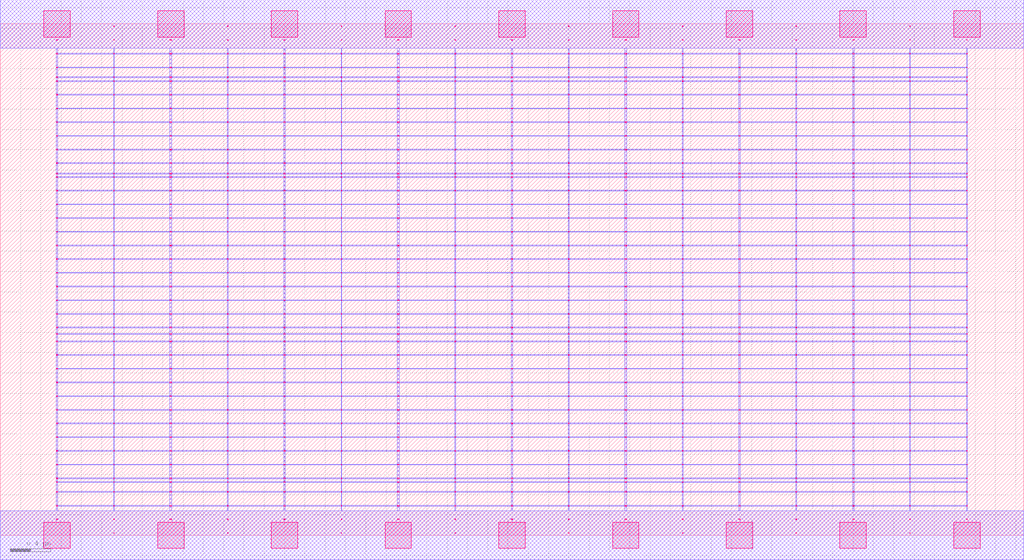
<source format=lef>
MACRO OAOAI3211_DEBUG
 CLASS CORE ;
 FOREIGN OAOAI3211_DEBUG 0 0 ;
 SIZE 10.08 BY 5.04 ;
 ORIGIN 0 0 ;
 SYMMETRY X Y R90 ;
 SITE unit ;

 OBS
    LAYER polycont ;
     RECT 5.03100000 2.58300000 5.04900000 2.59100000 ;
     RECT 5.03100000 2.71800000 5.04900000 2.72600000 ;
     RECT 5.03100000 2.85300000 5.04900000 2.86100000 ;
     RECT 5.03100000 2.98800000 5.04900000 2.99600000 ;
     RECT 7.27100000 2.58300000 7.28900000 2.59100000 ;
     RECT 7.83600000 2.58300000 7.84400000 2.59100000 ;
     RECT 8.39600000 2.58300000 8.40900000 2.59100000 ;
     RECT 8.95600000 2.58300000 8.96400000 2.59100000 ;
     RECT 9.51600000 2.58300000 9.52400000 2.59100000 ;
     RECT 5.59600000 2.58300000 5.60400000 2.59100000 ;
     RECT 5.59600000 2.71800000 5.60400000 2.72600000 ;
     RECT 6.15100000 2.71800000 6.16900000 2.72600000 ;
     RECT 6.71600000 2.71800000 6.72400000 2.72600000 ;
     RECT 7.27100000 2.71800000 7.28900000 2.72600000 ;
     RECT 7.83600000 2.71800000 7.84400000 2.72600000 ;
     RECT 8.39600000 2.71800000 8.40900000 2.72600000 ;
     RECT 8.95600000 2.71800000 8.96400000 2.72600000 ;
     RECT 9.51600000 2.71800000 9.52400000 2.72600000 ;
     RECT 6.15100000 2.58300000 6.16900000 2.59100000 ;
     RECT 5.59600000 2.85300000 5.60400000 2.86100000 ;
     RECT 6.15100000 2.85300000 6.16900000 2.86100000 ;
     RECT 6.71600000 2.85300000 6.72400000 2.86100000 ;
     RECT 7.27100000 2.85300000 7.28900000 2.86100000 ;
     RECT 7.83600000 2.85300000 7.84400000 2.86100000 ;
     RECT 8.39600000 2.85300000 8.40900000 2.86100000 ;
     RECT 8.95600000 2.85300000 8.96400000 2.86100000 ;
     RECT 9.51600000 2.85300000 9.52400000 2.86100000 ;
     RECT 6.71600000 2.58300000 6.72400000 2.59100000 ;
     RECT 5.59600000 2.98800000 5.60400000 2.99600000 ;
     RECT 6.15100000 2.98800000 6.16900000 2.99600000 ;
     RECT 6.71600000 2.98800000 6.72400000 2.99600000 ;
     RECT 7.27100000 2.98800000 7.28900000 2.99600000 ;
     RECT 7.83600000 2.98800000 7.84400000 2.99600000 ;
     RECT 8.39600000 2.98800000 8.40900000 2.99600000 ;
     RECT 8.95600000 2.98800000 8.96400000 2.99600000 ;
     RECT 9.51600000 2.98800000 9.52400000 2.99600000 ;
     RECT 8.95600000 3.12300000 8.96400000 3.13100000 ;
     RECT 9.51600000 3.12300000 9.52400000 3.13100000 ;
     RECT 8.95600000 3.25800000 8.96400000 3.26600000 ;
     RECT 9.51600000 3.25800000 9.52400000 3.26600000 ;
     RECT 8.95600000 3.39300000 8.96400000 3.40100000 ;
     RECT 9.51600000 3.39300000 9.52400000 3.40100000 ;
     RECT 8.95600000 3.52800000 8.96400000 3.53600000 ;
     RECT 9.51600000 3.52800000 9.52400000 3.53600000 ;
     RECT 8.95600000 3.56100000 8.96400000 3.56900000 ;
     RECT 9.51600000 3.56100000 9.52400000 3.56900000 ;
     RECT 8.95600000 3.66300000 8.96400000 3.67100000 ;
     RECT 9.51600000 3.66300000 9.52400000 3.67100000 ;
     RECT 8.95600000 3.79800000 8.96400000 3.80600000 ;
     RECT 9.51600000 3.79800000 9.52400000 3.80600000 ;
     RECT 8.95600000 3.93300000 8.96400000 3.94100000 ;
     RECT 9.51600000 3.93300000 9.52400000 3.94100000 ;
     RECT 8.95600000 4.06800000 8.96400000 4.07600000 ;
     RECT 9.51600000 4.06800000 9.52400000 4.07600000 ;
     RECT 8.95600000 4.20300000 8.96400000 4.21100000 ;
     RECT 9.51600000 4.20300000 9.52400000 4.21100000 ;
     RECT 8.95600000 4.33800000 8.96400000 4.34600000 ;
     RECT 9.51600000 4.33800000 9.52400000 4.34600000 ;
     RECT 8.95600000 4.47300000 8.96400000 4.48100000 ;
     RECT 9.51600000 4.47300000 9.52400000 4.48100000 ;
     RECT 8.95600000 4.51100000 8.96400000 4.51900000 ;
     RECT 9.51600000 4.51100000 9.52400000 4.51900000 ;
     RECT 8.95600000 4.60800000 8.96400000 4.61600000 ;
     RECT 9.51600000 4.60800000 9.52400000 4.61600000 ;
     RECT 8.95600000 4.74300000 8.96400000 4.75100000 ;
     RECT 9.51600000 4.74300000 9.52400000 4.75100000 ;
     RECT 8.95600000 4.87800000 8.96400000 4.88600000 ;
     RECT 9.51600000 4.87800000 9.52400000 4.88600000 ;
     RECT 1.67100000 2.85300000 1.68900000 2.86100000 ;
     RECT 2.23600000 2.85300000 2.24400000 2.86100000 ;
     RECT 2.79100000 2.85300000 2.80900000 2.86100000 ;
     RECT 3.35600000 2.85300000 3.36400000 2.86100000 ;
     RECT 3.91100000 2.85300000 3.92900000 2.86100000 ;
     RECT 4.47600000 2.85300000 4.48400000 2.86100000 ;
     RECT 1.11600000 2.71800000 1.12400000 2.72600000 ;
     RECT 1.67100000 2.71800000 1.68900000 2.72600000 ;
     RECT 2.23600000 2.71800000 2.24400000 2.72600000 ;
     RECT 2.79100000 2.71800000 2.80900000 2.72600000 ;
     RECT 3.35600000 2.71800000 3.36400000 2.72600000 ;
     RECT 3.91100000 2.71800000 3.92900000 2.72600000 ;
     RECT 4.47600000 2.71800000 4.48400000 2.72600000 ;
     RECT 1.11600000 2.58300000 1.12400000 2.59100000 ;
     RECT 1.67100000 2.58300000 1.68900000 2.59100000 ;
     RECT 0.55100000 2.98800000 0.56400000 2.99600000 ;
     RECT 1.11600000 2.98800000 1.12400000 2.99600000 ;
     RECT 1.67100000 2.98800000 1.68900000 2.99600000 ;
     RECT 2.23600000 2.98800000 2.24400000 2.99600000 ;
     RECT 2.79100000 2.98800000 2.80900000 2.99600000 ;
     RECT 3.35600000 2.98800000 3.36400000 2.99600000 ;
     RECT 3.91100000 2.98800000 3.92900000 2.99600000 ;
     RECT 4.47600000 2.98800000 4.48400000 2.99600000 ;
     RECT 2.23600000 2.58300000 2.24400000 2.59100000 ;
     RECT 2.79100000 2.58300000 2.80900000 2.59100000 ;
     RECT 3.35600000 2.58300000 3.36400000 2.59100000 ;
     RECT 3.91100000 2.58300000 3.92900000 2.59100000 ;
     RECT 4.47600000 2.58300000 4.48400000 2.59100000 ;
     RECT 0.55100000 2.58300000 0.56400000 2.59100000 ;
     RECT 0.55100000 2.71800000 0.56400000 2.72600000 ;
     RECT 0.55100000 2.85300000 0.56400000 2.86100000 ;
     RECT 1.11600000 2.85300000 1.12400000 2.86100000 ;
     RECT 7.83600000 0.15300000 7.84400000 0.16100000 ;
     RECT 7.83600000 0.28800000 7.84400000 0.29600000 ;
     RECT 7.83600000 0.42300000 7.84400000 0.43100000 ;
     RECT 7.83600000 0.52100000 7.84400000 0.52900000 ;
     RECT 7.83600000 0.55800000 7.84400000 0.56600000 ;
     RECT 7.83600000 0.69300000 7.84400000 0.70100000 ;
     RECT 7.83600000 0.82800000 7.84400000 0.83600000 ;
     RECT 7.83600000 0.96300000 7.84400000 0.97100000 ;
     RECT 7.83600000 1.09800000 7.84400000 1.10600000 ;
     RECT 7.83600000 1.23300000 7.84400000 1.24100000 ;
     RECT 7.83600000 1.36800000 7.84400000 1.37600000 ;
     RECT 7.83600000 1.50300000 7.84400000 1.51100000 ;
     RECT 7.83600000 1.63800000 7.84400000 1.64600000 ;
     RECT 7.83600000 1.77300000 7.84400000 1.78100000 ;
     RECT 7.83600000 1.90800000 7.84400000 1.91600000 ;
     RECT 7.83600000 1.98100000 7.84400000 1.98900000 ;
     RECT 7.83600000 2.04300000 7.84400000 2.05100000 ;
     RECT 7.83600000 2.17800000 7.84400000 2.18600000 ;
     RECT 7.83600000 2.31300000 7.84400000 2.32100000 ;
     RECT 7.83600000 2.44800000 7.84400000 2.45600000 ;

    LAYER pdiffc ;
     RECT 0.55100000 3.39300000 0.55900000 3.40100000 ;
     RECT 8.40100000 3.39300000 8.40900000 3.40100000 ;
     RECT 0.55100000 3.52800000 0.55900000 3.53600000 ;
     RECT 8.40100000 3.52800000 8.40900000 3.53600000 ;
     RECT 0.55100000 3.56100000 0.55900000 3.56900000 ;
     RECT 8.40100000 3.56100000 8.40900000 3.56900000 ;
     RECT 0.55100000 3.66300000 0.55900000 3.67100000 ;
     RECT 8.40100000 3.66300000 8.40900000 3.67100000 ;
     RECT 0.55100000 3.79800000 0.55900000 3.80600000 ;
     RECT 8.40100000 3.79800000 8.40900000 3.80600000 ;
     RECT 0.55100000 3.93300000 0.55900000 3.94100000 ;
     RECT 8.40100000 3.93300000 8.40900000 3.94100000 ;
     RECT 0.55100000 4.06800000 0.55900000 4.07600000 ;
     RECT 8.40100000 4.06800000 8.40900000 4.07600000 ;
     RECT 0.55100000 4.20300000 0.55900000 4.21100000 ;
     RECT 8.40100000 4.20300000 8.40900000 4.21100000 ;
     RECT 0.55100000 4.33800000 0.55900000 4.34600000 ;
     RECT 8.40100000 4.33800000 8.40900000 4.34600000 ;
     RECT 0.55100000 4.47300000 0.55900000 4.48100000 ;
     RECT 8.40100000 4.47300000 8.40900000 4.48100000 ;
     RECT 0.55100000 4.51100000 0.55900000 4.51900000 ;
     RECT 8.40100000 4.51100000 8.40900000 4.51900000 ;
     RECT 0.55100000 4.60800000 0.55900000 4.61600000 ;
     RECT 8.40100000 4.60800000 8.40900000 4.61600000 ;

    LAYER ndiffc ;
     RECT 5.03100000 0.42300000 5.04900000 0.43100000 ;
     RECT 5.03100000 0.52100000 5.04900000 0.52900000 ;
     RECT 5.03100000 0.55800000 5.04900000 0.56600000 ;
     RECT 5.03100000 0.69300000 5.04900000 0.70100000 ;
     RECT 5.03100000 0.82800000 5.04900000 0.83600000 ;
     RECT 5.03100000 0.96300000 5.04900000 0.97100000 ;
     RECT 5.03100000 1.09800000 5.04900000 1.10600000 ;
     RECT 5.03100000 1.23300000 5.04900000 1.24100000 ;
     RECT 5.03100000 1.36800000 5.04900000 1.37600000 ;
     RECT 5.03100000 1.50300000 5.04900000 1.51100000 ;
     RECT 5.03100000 1.63800000 5.04900000 1.64600000 ;
     RECT 5.03100000 1.77300000 5.04900000 1.78100000 ;
     RECT 5.03100000 1.90800000 5.04900000 1.91600000 ;
     RECT 5.03100000 1.98100000 5.04900000 1.98900000 ;
     RECT 5.03100000 2.04300000 5.04900000 2.05100000 ;
     RECT 8.39600000 0.42300000 8.40900000 0.43100000 ;
     RECT 6.15100000 0.69300000 6.16900000 0.70100000 ;
     RECT 7.27100000 0.69300000 7.28900000 0.70100000 ;
     RECT 8.39600000 0.69300000 8.40900000 0.70100000 ;
     RECT 9.51600000 0.69300000 9.52400000 0.70100000 ;
     RECT 9.51600000 0.42300000 9.52400000 0.43100000 ;
     RECT 6.15100000 0.82800000 6.16900000 0.83600000 ;
     RECT 7.27100000 0.82800000 7.28900000 0.83600000 ;
     RECT 8.39600000 0.82800000 8.40900000 0.83600000 ;
     RECT 9.51600000 0.82800000 9.52400000 0.83600000 ;
     RECT 6.15100000 0.42300000 6.16900000 0.43100000 ;
     RECT 6.15100000 0.96300000 6.16900000 0.97100000 ;
     RECT 7.27100000 0.96300000 7.28900000 0.97100000 ;
     RECT 8.39600000 0.96300000 8.40900000 0.97100000 ;
     RECT 9.51600000 0.96300000 9.52400000 0.97100000 ;
     RECT 6.15100000 0.52100000 6.16900000 0.52900000 ;
     RECT 6.15100000 1.09800000 6.16900000 1.10600000 ;
     RECT 7.27100000 1.09800000 7.28900000 1.10600000 ;
     RECT 8.39600000 1.09800000 8.40900000 1.10600000 ;
     RECT 9.51600000 1.09800000 9.52400000 1.10600000 ;
     RECT 7.27100000 0.52100000 7.28900000 0.52900000 ;
     RECT 6.15100000 1.23300000 6.16900000 1.24100000 ;
     RECT 7.27100000 1.23300000 7.28900000 1.24100000 ;
     RECT 8.39600000 1.23300000 8.40900000 1.24100000 ;
     RECT 9.51600000 1.23300000 9.52400000 1.24100000 ;
     RECT 8.39600000 0.52100000 8.40900000 0.52900000 ;
     RECT 6.15100000 1.36800000 6.16900000 1.37600000 ;
     RECT 7.27100000 1.36800000 7.28900000 1.37600000 ;
     RECT 8.39600000 1.36800000 8.40900000 1.37600000 ;
     RECT 9.51600000 1.36800000 9.52400000 1.37600000 ;
     RECT 9.51600000 0.52100000 9.52400000 0.52900000 ;
     RECT 6.15100000 1.50300000 6.16900000 1.51100000 ;
     RECT 7.27100000 1.50300000 7.28900000 1.51100000 ;
     RECT 8.39600000 1.50300000 8.40900000 1.51100000 ;
     RECT 9.51600000 1.50300000 9.52400000 1.51100000 ;
     RECT 7.27100000 0.42300000 7.28900000 0.43100000 ;
     RECT 6.15100000 1.63800000 6.16900000 1.64600000 ;
     RECT 7.27100000 1.63800000 7.28900000 1.64600000 ;
     RECT 8.39600000 1.63800000 8.40900000 1.64600000 ;
     RECT 9.51600000 1.63800000 9.52400000 1.64600000 ;
     RECT 6.15100000 0.55800000 6.16900000 0.56600000 ;
     RECT 6.15100000 1.77300000 6.16900000 1.78100000 ;
     RECT 7.27100000 1.77300000 7.28900000 1.78100000 ;
     RECT 8.39600000 1.77300000 8.40900000 1.78100000 ;
     RECT 9.51600000 1.77300000 9.52400000 1.78100000 ;
     RECT 7.27100000 0.55800000 7.28900000 0.56600000 ;
     RECT 6.15100000 1.90800000 6.16900000 1.91600000 ;
     RECT 7.27100000 1.90800000 7.28900000 1.91600000 ;
     RECT 8.39600000 1.90800000 8.40900000 1.91600000 ;
     RECT 9.51600000 1.90800000 9.52400000 1.91600000 ;
     RECT 8.39600000 0.55800000 8.40900000 0.56600000 ;
     RECT 6.15100000 1.98100000 6.16900000 1.98900000 ;
     RECT 7.27100000 1.98100000 7.28900000 1.98900000 ;
     RECT 8.39600000 1.98100000 8.40900000 1.98900000 ;
     RECT 9.51600000 1.98100000 9.52400000 1.98900000 ;
     RECT 9.51600000 0.55800000 9.52400000 0.56600000 ;
     RECT 6.15100000 2.04300000 6.16900000 2.05100000 ;
     RECT 7.27100000 2.04300000 7.28900000 2.05100000 ;
     RECT 8.39600000 2.04300000 8.40900000 2.05100000 ;
     RECT 9.51600000 2.04300000 9.52400000 2.05100000 ;
     RECT 3.91100000 1.36800000 3.92900000 1.37600000 ;
     RECT 2.79100000 0.55800000 2.80900000 0.56600000 ;
     RECT 3.91100000 0.55800000 3.92900000 0.56600000 ;
     RECT 1.67100000 0.52100000 1.68900000 0.52900000 ;
     RECT 2.79100000 0.52100000 2.80900000 0.52900000 ;
     RECT 3.91100000 0.52100000 3.92900000 0.52900000 ;
     RECT 0.55100000 1.50300000 0.56400000 1.51100000 ;
     RECT 1.67100000 1.50300000 1.68900000 1.51100000 ;
     RECT 2.79100000 1.50300000 2.80900000 1.51100000 ;
     RECT 3.91100000 1.50300000 3.92900000 1.51100000 ;
     RECT 0.55100000 0.96300000 0.56400000 0.97100000 ;
     RECT 1.67100000 0.96300000 1.68900000 0.97100000 ;
     RECT 2.79100000 0.96300000 2.80900000 0.97100000 ;
     RECT 3.91100000 0.96300000 3.92900000 0.97100000 ;
     RECT 1.67100000 0.42300000 1.68900000 0.43100000 ;
     RECT 0.55100000 1.63800000 0.56400000 1.64600000 ;
     RECT 1.67100000 1.63800000 1.68900000 1.64600000 ;
     RECT 2.79100000 1.63800000 2.80900000 1.64600000 ;
     RECT 3.91100000 1.63800000 3.92900000 1.64600000 ;
     RECT 2.79100000 0.42300000 2.80900000 0.43100000 ;
     RECT 0.55100000 0.69300000 0.56400000 0.70100000 ;
     RECT 1.67100000 0.69300000 1.68900000 0.70100000 ;
     RECT 2.79100000 0.69300000 2.80900000 0.70100000 ;
     RECT 0.55100000 1.09800000 0.56400000 1.10600000 ;
     RECT 0.55100000 1.77300000 0.56400000 1.78100000 ;
     RECT 1.67100000 1.77300000 1.68900000 1.78100000 ;
     RECT 2.79100000 1.77300000 2.80900000 1.78100000 ;
     RECT 3.91100000 1.77300000 3.92900000 1.78100000 ;
     RECT 1.67100000 1.09800000 1.68900000 1.10600000 ;
     RECT 2.79100000 1.09800000 2.80900000 1.10600000 ;
     RECT 3.91100000 1.09800000 3.92900000 1.10600000 ;
     RECT 3.91100000 0.69300000 3.92900000 0.70100000 ;
     RECT 3.91100000 0.42300000 3.92900000 0.43100000 ;
     RECT 0.55100000 1.90800000 0.56400000 1.91600000 ;
     RECT 1.67100000 1.90800000 1.68900000 1.91600000 ;
     RECT 2.79100000 1.90800000 2.80900000 1.91600000 ;
     RECT 3.91100000 1.90800000 3.92900000 1.91600000 ;
     RECT 0.55100000 0.42300000 0.56400000 0.43100000 ;
     RECT 0.55100000 0.52100000 0.56400000 0.52900000 ;
     RECT 0.55100000 0.55800000 0.56400000 0.56600000 ;
     RECT 0.55100000 1.23300000 0.56400000 1.24100000 ;
     RECT 1.67100000 1.23300000 1.68900000 1.24100000 ;
     RECT 0.55100000 1.98100000 0.56400000 1.98900000 ;
     RECT 1.67100000 1.98100000 1.68900000 1.98900000 ;
     RECT 2.79100000 1.98100000 2.80900000 1.98900000 ;
     RECT 3.91100000 1.98100000 3.92900000 1.98900000 ;
     RECT 2.79100000 1.23300000 2.80900000 1.24100000 ;
     RECT 3.91100000 1.23300000 3.92900000 1.24100000 ;
     RECT 1.67100000 0.55800000 1.68900000 0.56600000 ;
     RECT 0.55100000 0.82800000 0.56400000 0.83600000 ;
     RECT 1.67100000 0.82800000 1.68900000 0.83600000 ;
     RECT 0.55100000 2.04300000 0.56400000 2.05100000 ;
     RECT 1.67100000 2.04300000 1.68900000 2.05100000 ;
     RECT 2.79100000 2.04300000 2.80900000 2.05100000 ;
     RECT 3.91100000 2.04300000 3.92900000 2.05100000 ;
     RECT 2.79100000 0.82800000 2.80900000 0.83600000 ;
     RECT 3.91100000 0.82800000 3.92900000 0.83600000 ;
     RECT 0.55100000 1.36800000 0.56400000 1.37600000 ;
     RECT 1.67100000 1.36800000 1.68900000 1.37600000 ;
     RECT 2.79100000 1.36800000 2.80900000 1.37600000 ;

    LAYER met1 ;
     RECT 0.00000000 -0.24000000 10.08000000 0.24000000 ;
     RECT 5.03100000 0.24000000 5.04900000 0.28800000 ;
     RECT 0.55100000 0.28800000 9.52400000 0.29600000 ;
     RECT 5.03100000 0.29600000 5.04900000 0.42300000 ;
     RECT 0.55100000 0.42300000 9.52400000 0.43100000 ;
     RECT 5.03100000 0.43100000 5.04900000 0.52100000 ;
     RECT 0.55100000 0.52100000 9.52400000 0.52900000 ;
     RECT 5.03100000 0.52900000 5.04900000 0.55800000 ;
     RECT 0.55100000 0.55800000 9.52400000 0.56600000 ;
     RECT 5.03100000 0.56600000 5.04900000 0.69300000 ;
     RECT 0.55100000 0.69300000 9.52400000 0.70100000 ;
     RECT 5.03100000 0.70100000 5.04900000 0.82800000 ;
     RECT 0.55100000 0.82800000 9.52400000 0.83600000 ;
     RECT 5.03100000 0.83600000 5.04900000 0.96300000 ;
     RECT 0.55100000 0.96300000 9.52400000 0.97100000 ;
     RECT 5.03100000 0.97100000 5.04900000 1.09800000 ;
     RECT 0.55100000 1.09800000 9.52400000 1.10600000 ;
     RECT 5.03100000 1.10600000 5.04900000 1.23300000 ;
     RECT 0.55100000 1.23300000 9.52400000 1.24100000 ;
     RECT 5.03100000 1.24100000 5.04900000 1.36800000 ;
     RECT 0.55100000 1.36800000 9.52400000 1.37600000 ;
     RECT 5.03100000 1.37600000 5.04900000 1.50300000 ;
     RECT 0.55100000 1.50300000 9.52400000 1.51100000 ;
     RECT 5.03100000 1.51100000 5.04900000 1.63800000 ;
     RECT 0.55100000 1.63800000 9.52400000 1.64600000 ;
     RECT 5.03100000 1.64600000 5.04900000 1.77300000 ;
     RECT 0.55100000 1.77300000 9.52400000 1.78100000 ;
     RECT 5.03100000 1.78100000 5.04900000 1.90800000 ;
     RECT 0.55100000 1.90800000 9.52400000 1.91600000 ;
     RECT 5.03100000 1.91600000 5.04900000 1.98100000 ;
     RECT 0.55100000 1.98100000 9.52400000 1.98900000 ;
     RECT 5.03100000 1.98900000 5.04900000 2.04300000 ;
     RECT 0.55100000 2.04300000 9.52400000 2.05100000 ;
     RECT 5.03100000 2.05100000 5.04900000 2.17800000 ;
     RECT 0.55100000 2.17800000 9.52400000 2.18600000 ;
     RECT 5.03100000 2.18600000 5.04900000 2.31300000 ;
     RECT 0.55100000 2.31300000 9.52400000 2.32100000 ;
     RECT 5.03100000 2.32100000 5.04900000 2.44800000 ;
     RECT 0.55100000 2.44800000 9.52400000 2.45600000 ;
     RECT 0.55100000 2.45600000 0.56400000 2.58300000 ;
     RECT 1.11600000 2.45600000 1.12400000 2.58300000 ;
     RECT 1.67100000 2.45600000 1.68900000 2.58300000 ;
     RECT 2.23600000 2.45600000 2.24400000 2.58300000 ;
     RECT 2.79100000 2.45600000 2.80900000 2.58300000 ;
     RECT 3.35600000 2.45600000 3.36400000 2.58300000 ;
     RECT 3.91100000 2.45600000 3.92900000 2.58300000 ;
     RECT 4.47600000 2.45600000 4.48400000 2.58300000 ;
     RECT 5.03100000 2.45600000 5.04900000 2.58300000 ;
     RECT 5.59600000 2.45600000 5.60400000 2.58300000 ;
     RECT 6.15100000 2.45600000 6.16900000 2.58300000 ;
     RECT 6.71600000 2.45600000 6.72400000 2.58300000 ;
     RECT 7.27100000 2.45600000 7.28900000 2.58300000 ;
     RECT 7.83600000 2.45600000 7.84400000 2.58300000 ;
     RECT 8.39600000 2.45600000 8.40900000 2.58300000 ;
     RECT 8.95600000 2.45600000 8.96400000 2.58300000 ;
     RECT 9.51600000 2.45600000 9.52400000 2.58300000 ;
     RECT 0.55100000 2.58300000 9.52400000 2.59100000 ;
     RECT 5.03100000 2.59100000 5.04900000 2.71800000 ;
     RECT 0.55100000 2.71800000 9.52400000 2.72600000 ;
     RECT 5.03100000 2.72600000 5.04900000 2.85300000 ;
     RECT 0.55100000 2.85300000 9.52400000 2.86100000 ;
     RECT 5.03100000 2.86100000 5.04900000 2.98800000 ;
     RECT 0.55100000 2.98800000 9.52400000 2.99600000 ;
     RECT 5.03100000 2.99600000 5.04900000 3.12300000 ;
     RECT 0.55100000 3.12300000 9.52400000 3.13100000 ;
     RECT 5.03100000 3.13100000 5.04900000 3.25800000 ;
     RECT 0.55100000 3.25800000 9.52400000 3.26600000 ;
     RECT 5.03100000 3.26600000 5.04900000 3.39300000 ;
     RECT 0.55100000 3.39300000 9.52400000 3.40100000 ;
     RECT 5.03100000 3.40100000 5.04900000 3.52800000 ;
     RECT 0.55100000 3.52800000 9.52400000 3.53600000 ;
     RECT 5.03100000 3.53600000 5.04900000 3.56100000 ;
     RECT 0.55100000 3.56100000 9.52400000 3.56900000 ;
     RECT 5.03100000 3.56900000 5.04900000 3.66300000 ;
     RECT 0.55100000 3.66300000 9.52400000 3.67100000 ;
     RECT 5.03100000 3.67100000 5.04900000 3.79800000 ;
     RECT 0.55100000 3.79800000 9.52400000 3.80600000 ;
     RECT 5.03100000 3.80600000 5.04900000 3.93300000 ;
     RECT 0.55100000 3.93300000 9.52400000 3.94100000 ;
     RECT 5.03100000 3.94100000 5.04900000 4.06800000 ;
     RECT 0.55100000 4.06800000 9.52400000 4.07600000 ;
     RECT 5.03100000 4.07600000 5.04900000 4.20300000 ;
     RECT 0.55100000 4.20300000 9.52400000 4.21100000 ;
     RECT 5.03100000 4.21100000 5.04900000 4.33800000 ;
     RECT 0.55100000 4.33800000 9.52400000 4.34600000 ;
     RECT 5.03100000 4.34600000 5.04900000 4.47300000 ;
     RECT 0.55100000 4.47300000 9.52400000 4.48100000 ;
     RECT 5.03100000 4.48100000 5.04900000 4.51100000 ;
     RECT 0.55100000 4.51100000 9.52400000 4.51900000 ;
     RECT 5.03100000 4.51900000 5.04900000 4.60800000 ;
     RECT 0.55100000 4.60800000 9.52400000 4.61600000 ;
     RECT 5.03100000 4.61600000 5.04900000 4.74300000 ;
     RECT 0.55100000 4.74300000 9.52400000 4.75100000 ;
     RECT 5.03100000 4.75100000 5.04900000 4.80000000 ;
     RECT 0.00000000 4.80000000 10.08000000 5.28000000 ;
     RECT 5.59600000 3.80600000 5.60400000 3.93300000 ;
     RECT 6.15100000 3.80600000 6.16900000 3.93300000 ;
     RECT 6.71600000 3.80600000 6.72400000 3.93300000 ;
     RECT 7.27100000 3.80600000 7.28900000 3.93300000 ;
     RECT 7.83600000 3.80600000 7.84400000 3.93300000 ;
     RECT 8.39600000 3.80600000 8.40900000 3.93300000 ;
     RECT 8.95600000 3.80600000 8.96400000 3.93300000 ;
     RECT 9.51600000 3.80600000 9.52400000 3.93300000 ;
     RECT 7.83600000 3.94100000 7.84400000 4.06800000 ;
     RECT 8.39600000 3.94100000 8.40900000 4.06800000 ;
     RECT 8.95600000 3.94100000 8.96400000 4.06800000 ;
     RECT 9.51600000 3.94100000 9.52400000 4.06800000 ;
     RECT 7.83600000 4.07600000 7.84400000 4.20300000 ;
     RECT 8.39600000 4.07600000 8.40900000 4.20300000 ;
     RECT 8.95600000 4.07600000 8.96400000 4.20300000 ;
     RECT 9.51600000 4.07600000 9.52400000 4.20300000 ;
     RECT 7.83600000 4.21100000 7.84400000 4.33800000 ;
     RECT 8.39600000 4.21100000 8.40900000 4.33800000 ;
     RECT 8.95600000 4.21100000 8.96400000 4.33800000 ;
     RECT 9.51600000 4.21100000 9.52400000 4.33800000 ;
     RECT 7.83600000 4.34600000 7.84400000 4.47300000 ;
     RECT 8.39600000 4.34600000 8.40900000 4.47300000 ;
     RECT 8.95600000 4.34600000 8.96400000 4.47300000 ;
     RECT 9.51600000 4.34600000 9.52400000 4.47300000 ;
     RECT 7.83600000 4.48100000 7.84400000 4.51100000 ;
     RECT 8.39600000 4.48100000 8.40900000 4.51100000 ;
     RECT 8.95600000 4.48100000 8.96400000 4.51100000 ;
     RECT 9.51600000 4.48100000 9.52400000 4.51100000 ;
     RECT 7.83600000 4.51900000 7.84400000 4.60800000 ;
     RECT 8.39600000 4.51900000 8.40900000 4.60800000 ;
     RECT 8.95600000 4.51900000 8.96400000 4.60800000 ;
     RECT 9.51600000 4.51900000 9.52400000 4.60800000 ;
     RECT 7.83600000 4.61600000 7.84400000 4.74300000 ;
     RECT 8.39600000 4.61600000 8.40900000 4.74300000 ;
     RECT 8.95600000 4.61600000 8.96400000 4.74300000 ;
     RECT 9.51600000 4.61600000 9.52400000 4.74300000 ;
     RECT 7.83600000 4.75100000 7.84400000 4.80000000 ;
     RECT 8.39600000 4.75100000 8.40900000 4.80000000 ;
     RECT 8.95600000 4.75100000 8.96400000 4.80000000 ;
     RECT 9.51600000 4.75100000 9.52400000 4.80000000 ;
     RECT 5.59600000 4.48100000 5.60400000 4.51100000 ;
     RECT 6.15100000 4.48100000 6.16900000 4.51100000 ;
     RECT 6.71600000 4.48100000 6.72400000 4.51100000 ;
     RECT 7.27100000 4.48100000 7.28900000 4.51100000 ;
     RECT 5.59600000 4.21100000 5.60400000 4.33800000 ;
     RECT 6.15100000 4.21100000 6.16900000 4.33800000 ;
     RECT 6.71600000 4.21100000 6.72400000 4.33800000 ;
     RECT 7.27100000 4.21100000 7.28900000 4.33800000 ;
     RECT 5.59600000 4.51900000 5.60400000 4.60800000 ;
     RECT 6.15100000 4.51900000 6.16900000 4.60800000 ;
     RECT 6.71600000 4.51900000 6.72400000 4.60800000 ;
     RECT 7.27100000 4.51900000 7.28900000 4.60800000 ;
     RECT 5.59600000 4.07600000 5.60400000 4.20300000 ;
     RECT 6.15100000 4.07600000 6.16900000 4.20300000 ;
     RECT 6.71600000 4.07600000 6.72400000 4.20300000 ;
     RECT 7.27100000 4.07600000 7.28900000 4.20300000 ;
     RECT 5.59600000 4.61600000 5.60400000 4.74300000 ;
     RECT 6.15100000 4.61600000 6.16900000 4.74300000 ;
     RECT 6.71600000 4.61600000 6.72400000 4.74300000 ;
     RECT 7.27100000 4.61600000 7.28900000 4.74300000 ;
     RECT 5.59600000 4.34600000 5.60400000 4.47300000 ;
     RECT 6.15100000 4.34600000 6.16900000 4.47300000 ;
     RECT 6.71600000 4.34600000 6.72400000 4.47300000 ;
     RECT 7.27100000 4.34600000 7.28900000 4.47300000 ;
     RECT 5.59600000 4.75100000 5.60400000 4.80000000 ;
     RECT 6.15100000 4.75100000 6.16900000 4.80000000 ;
     RECT 6.71600000 4.75100000 6.72400000 4.80000000 ;
     RECT 7.27100000 4.75100000 7.28900000 4.80000000 ;
     RECT 5.59600000 3.94100000 5.60400000 4.06800000 ;
     RECT 6.15100000 3.94100000 6.16900000 4.06800000 ;
     RECT 6.71600000 3.94100000 6.72400000 4.06800000 ;
     RECT 7.27100000 3.94100000 7.28900000 4.06800000 ;
     RECT 5.59600000 2.59100000 5.60400000 2.71800000 ;
     RECT 6.15100000 2.59100000 6.16900000 2.71800000 ;
     RECT 5.59600000 3.26600000 5.60400000 3.39300000 ;
     RECT 6.15100000 3.26600000 6.16900000 3.39300000 ;
     RECT 5.59600000 2.86100000 5.60400000 2.98800000 ;
     RECT 6.15100000 2.86100000 6.16900000 2.98800000 ;
     RECT 6.71600000 3.26600000 6.72400000 3.39300000 ;
     RECT 7.27100000 3.26600000 7.28900000 3.39300000 ;
     RECT 5.59600000 2.72600000 5.60400000 2.85300000 ;
     RECT 6.15100000 2.72600000 6.16900000 2.85300000 ;
     RECT 5.59600000 3.40100000 5.60400000 3.52800000 ;
     RECT 6.15100000 3.40100000 6.16900000 3.52800000 ;
     RECT 5.59600000 2.99600000 5.60400000 3.12300000 ;
     RECT 6.15100000 2.99600000 6.16900000 3.12300000 ;
     RECT 6.71600000 3.40100000 6.72400000 3.52800000 ;
     RECT 7.27100000 3.40100000 7.28900000 3.52800000 ;
     RECT 6.71600000 2.86100000 6.72400000 2.98800000 ;
     RECT 7.27100000 2.86100000 7.28900000 2.98800000 ;
     RECT 6.71600000 2.72600000 6.72400000 2.85300000 ;
     RECT 7.27100000 2.72600000 7.28900000 2.85300000 ;
     RECT 5.59600000 3.53600000 5.60400000 3.56100000 ;
     RECT 6.15100000 3.53600000 6.16900000 3.56100000 ;
     RECT 6.71600000 2.99600000 6.72400000 3.12300000 ;
     RECT 7.27100000 2.99600000 7.28900000 3.12300000 ;
     RECT 6.71600000 3.53600000 6.72400000 3.56100000 ;
     RECT 7.27100000 3.53600000 7.28900000 3.56100000 ;
     RECT 5.59600000 3.56900000 5.60400000 3.66300000 ;
     RECT 6.15100000 3.56900000 6.16900000 3.66300000 ;
     RECT 6.71600000 3.56900000 6.72400000 3.66300000 ;
     RECT 7.27100000 3.56900000 7.28900000 3.66300000 ;
     RECT 5.59600000 3.67100000 5.60400000 3.79800000 ;
     RECT 6.15100000 3.67100000 6.16900000 3.79800000 ;
     RECT 6.71600000 3.67100000 6.72400000 3.79800000 ;
     RECT 7.27100000 3.67100000 7.28900000 3.79800000 ;
     RECT 6.71600000 2.59100000 6.72400000 2.71800000 ;
     RECT 7.27100000 2.59100000 7.28900000 2.71800000 ;
     RECT 5.59600000 3.13100000 5.60400000 3.25800000 ;
     RECT 6.15100000 3.13100000 6.16900000 3.25800000 ;
     RECT 6.71600000 3.13100000 6.72400000 3.25800000 ;
     RECT 7.27100000 3.13100000 7.28900000 3.25800000 ;
     RECT 8.39600000 2.59100000 8.40900000 2.71800000 ;
     RECT 9.51600000 2.99600000 9.52400000 3.12300000 ;
     RECT 7.83600000 3.13100000 7.84400000 3.25800000 ;
     RECT 7.83600000 3.56900000 7.84400000 3.66300000 ;
     RECT 8.39600000 3.56900000 8.40900000 3.66300000 ;
     RECT 8.95600000 3.56900000 8.96400000 3.66300000 ;
     RECT 9.51600000 3.56900000 9.52400000 3.66300000 ;
     RECT 8.95600000 2.72600000 8.96400000 2.85300000 ;
     RECT 9.51600000 2.72600000 9.52400000 2.85300000 ;
     RECT 8.39600000 3.13100000 8.40900000 3.25800000 ;
     RECT 7.83600000 3.40100000 7.84400000 3.52800000 ;
     RECT 8.39600000 3.40100000 8.40900000 3.52800000 ;
     RECT 8.95600000 3.40100000 8.96400000 3.52800000 ;
     RECT 7.83600000 3.67100000 7.84400000 3.79800000 ;
     RECT 8.39600000 3.67100000 8.40900000 3.79800000 ;
     RECT 8.95600000 3.67100000 8.96400000 3.79800000 ;
     RECT 7.83600000 2.86100000 7.84400000 2.98800000 ;
     RECT 8.39600000 2.86100000 8.40900000 2.98800000 ;
     RECT 9.51600000 3.67100000 9.52400000 3.79800000 ;
     RECT 9.51600000 3.40100000 9.52400000 3.52800000 ;
     RECT 8.95600000 3.13100000 8.96400000 3.25800000 ;
     RECT 7.83600000 3.26600000 7.84400000 3.39300000 ;
     RECT 8.39600000 3.26600000 8.40900000 3.39300000 ;
     RECT 8.95600000 3.26600000 8.96400000 3.39300000 ;
     RECT 9.51600000 3.26600000 9.52400000 3.39300000 ;
     RECT 9.51600000 3.13100000 9.52400000 3.25800000 ;
     RECT 8.95600000 2.86100000 8.96400000 2.98800000 ;
     RECT 9.51600000 2.86100000 9.52400000 2.98800000 ;
     RECT 7.83600000 3.53600000 7.84400000 3.56100000 ;
     RECT 7.83600000 2.99600000 7.84400000 3.12300000 ;
     RECT 8.39600000 2.99600000 8.40900000 3.12300000 ;
     RECT 8.39600000 3.53600000 8.40900000 3.56100000 ;
     RECT 8.95600000 3.53600000 8.96400000 3.56100000 ;
     RECT 9.51600000 3.53600000 9.52400000 3.56100000 ;
     RECT 7.83600000 2.72600000 7.84400000 2.85300000 ;
     RECT 8.39600000 2.72600000 8.40900000 2.85300000 ;
     RECT 8.95600000 2.59100000 8.96400000 2.71800000 ;
     RECT 9.51600000 2.59100000 9.52400000 2.71800000 ;
     RECT 7.83600000 2.59100000 7.84400000 2.71800000 ;
     RECT 8.95600000 2.99600000 8.96400000 3.12300000 ;
     RECT 0.55100000 3.80600000 0.56400000 3.93300000 ;
     RECT 1.11600000 3.80600000 1.12400000 3.93300000 ;
     RECT 1.67100000 3.80600000 1.68900000 3.93300000 ;
     RECT 2.23600000 3.80600000 2.24400000 3.93300000 ;
     RECT 2.79100000 3.80600000 2.80900000 3.93300000 ;
     RECT 3.35600000 3.80600000 3.36400000 3.93300000 ;
     RECT 3.91100000 3.80600000 3.92900000 3.93300000 ;
     RECT 4.47600000 3.80600000 4.48400000 3.93300000 ;
     RECT 2.79100000 4.21100000 2.80900000 4.33800000 ;
     RECT 3.35600000 4.21100000 3.36400000 4.33800000 ;
     RECT 3.91100000 4.21100000 3.92900000 4.33800000 ;
     RECT 4.47600000 4.21100000 4.48400000 4.33800000 ;
     RECT 2.79100000 4.34600000 2.80900000 4.47300000 ;
     RECT 3.35600000 4.34600000 3.36400000 4.47300000 ;
     RECT 3.91100000 4.34600000 3.92900000 4.47300000 ;
     RECT 4.47600000 4.34600000 4.48400000 4.47300000 ;
     RECT 2.79100000 4.48100000 2.80900000 4.51100000 ;
     RECT 3.35600000 4.48100000 3.36400000 4.51100000 ;
     RECT 3.91100000 4.48100000 3.92900000 4.51100000 ;
     RECT 4.47600000 4.48100000 4.48400000 4.51100000 ;
     RECT 2.79100000 4.51900000 2.80900000 4.60800000 ;
     RECT 3.35600000 4.51900000 3.36400000 4.60800000 ;
     RECT 3.91100000 4.51900000 3.92900000 4.60800000 ;
     RECT 4.47600000 4.51900000 4.48400000 4.60800000 ;
     RECT 2.79100000 4.61600000 2.80900000 4.74300000 ;
     RECT 3.35600000 4.61600000 3.36400000 4.74300000 ;
     RECT 3.91100000 4.61600000 3.92900000 4.74300000 ;
     RECT 4.47600000 4.61600000 4.48400000 4.74300000 ;
     RECT 2.79100000 4.75100000 2.80900000 4.80000000 ;
     RECT 3.35600000 4.75100000 3.36400000 4.80000000 ;
     RECT 3.91100000 4.75100000 3.92900000 4.80000000 ;
     RECT 4.47600000 4.75100000 4.48400000 4.80000000 ;
     RECT 2.79100000 3.94100000 2.80900000 4.06800000 ;
     RECT 3.35600000 3.94100000 3.36400000 4.06800000 ;
     RECT 3.91100000 3.94100000 3.92900000 4.06800000 ;
     RECT 4.47600000 3.94100000 4.48400000 4.06800000 ;
     RECT 2.79100000 4.07600000 2.80900000 4.20300000 ;
     RECT 3.35600000 4.07600000 3.36400000 4.20300000 ;
     RECT 3.91100000 4.07600000 3.92900000 4.20300000 ;
     RECT 4.47600000 4.07600000 4.48400000 4.20300000 ;
     RECT 0.55100000 4.51900000 0.56400000 4.60800000 ;
     RECT 1.11600000 4.51900000 1.12400000 4.60800000 ;
     RECT 1.67100000 4.51900000 1.68900000 4.60800000 ;
     RECT 2.23600000 4.51900000 2.24400000 4.60800000 ;
     RECT 0.55100000 4.07600000 0.56400000 4.20300000 ;
     RECT 1.11600000 4.07600000 1.12400000 4.20300000 ;
     RECT 1.67100000 4.07600000 1.68900000 4.20300000 ;
     RECT 2.23600000 4.07600000 2.24400000 4.20300000 ;
     RECT 0.55100000 4.61600000 0.56400000 4.74300000 ;
     RECT 1.11600000 4.61600000 1.12400000 4.74300000 ;
     RECT 1.67100000 4.61600000 1.68900000 4.74300000 ;
     RECT 2.23600000 4.61600000 2.24400000 4.74300000 ;
     RECT 0.55100000 4.34600000 0.56400000 4.47300000 ;
     RECT 1.11600000 4.34600000 1.12400000 4.47300000 ;
     RECT 1.67100000 4.34600000 1.68900000 4.47300000 ;
     RECT 2.23600000 4.34600000 2.24400000 4.47300000 ;
     RECT 0.55100000 4.75100000 0.56400000 4.80000000 ;
     RECT 1.11600000 4.75100000 1.12400000 4.80000000 ;
     RECT 1.67100000 4.75100000 1.68900000 4.80000000 ;
     RECT 2.23600000 4.75100000 2.24400000 4.80000000 ;
     RECT 0.55100000 3.94100000 0.56400000 4.06800000 ;
     RECT 1.11600000 3.94100000 1.12400000 4.06800000 ;
     RECT 1.67100000 3.94100000 1.68900000 4.06800000 ;
     RECT 2.23600000 3.94100000 2.24400000 4.06800000 ;
     RECT 0.55100000 4.48100000 0.56400000 4.51100000 ;
     RECT 1.11600000 4.48100000 1.12400000 4.51100000 ;
     RECT 1.67100000 4.48100000 1.68900000 4.51100000 ;
     RECT 2.23600000 4.48100000 2.24400000 4.51100000 ;
     RECT 0.55100000 4.21100000 0.56400000 4.33800000 ;
     RECT 1.11600000 4.21100000 1.12400000 4.33800000 ;
     RECT 1.67100000 4.21100000 1.68900000 4.33800000 ;
     RECT 2.23600000 4.21100000 2.24400000 4.33800000 ;
     RECT 1.67100000 2.86100000 1.68900000 2.98800000 ;
     RECT 2.23600000 2.86100000 2.24400000 2.98800000 ;
     RECT 0.55100000 3.13100000 0.56400000 3.25800000 ;
     RECT 1.11600000 3.13100000 1.12400000 3.25800000 ;
     RECT 1.67100000 3.13100000 1.68900000 3.25800000 ;
     RECT 2.23600000 3.13100000 2.24400000 3.25800000 ;
     RECT 0.55100000 3.67100000 0.56400000 3.79800000 ;
     RECT 1.11600000 3.67100000 1.12400000 3.79800000 ;
     RECT 1.67100000 3.67100000 1.68900000 3.79800000 ;
     RECT 2.23600000 3.67100000 2.24400000 3.79800000 ;
     RECT 0.55100000 2.59100000 0.56400000 2.71800000 ;
     RECT 1.11600000 2.59100000 1.12400000 2.71800000 ;
     RECT 0.55100000 2.72600000 0.56400000 2.85300000 ;
     RECT 1.11600000 2.72600000 1.12400000 2.85300000 ;
     RECT 0.55100000 2.86100000 0.56400000 2.98800000 ;
     RECT 1.11600000 2.86100000 1.12400000 2.98800000 ;
     RECT 0.55100000 3.53600000 0.56400000 3.56100000 ;
     RECT 1.11600000 3.53600000 1.12400000 3.56100000 ;
     RECT 0.55100000 3.26600000 0.56400000 3.39300000 ;
     RECT 1.11600000 3.26600000 1.12400000 3.39300000 ;
     RECT 1.67100000 3.26600000 1.68900000 3.39300000 ;
     RECT 2.23600000 3.26600000 2.24400000 3.39300000 ;
     RECT 1.67100000 2.59100000 1.68900000 2.71800000 ;
     RECT 2.23600000 2.59100000 2.24400000 2.71800000 ;
     RECT 0.55100000 3.56900000 0.56400000 3.66300000 ;
     RECT 1.11600000 3.56900000 1.12400000 3.66300000 ;
     RECT 1.67100000 3.56900000 1.68900000 3.66300000 ;
     RECT 2.23600000 3.56900000 2.24400000 3.66300000 ;
     RECT 1.67100000 3.53600000 1.68900000 3.56100000 ;
     RECT 2.23600000 3.53600000 2.24400000 3.56100000 ;
     RECT 1.67100000 2.99600000 1.68900000 3.12300000 ;
     RECT 2.23600000 2.99600000 2.24400000 3.12300000 ;
     RECT 0.55100000 3.40100000 0.56400000 3.52800000 ;
     RECT 1.11600000 3.40100000 1.12400000 3.52800000 ;
     RECT 0.55100000 2.99600000 0.56400000 3.12300000 ;
     RECT 1.11600000 2.99600000 1.12400000 3.12300000 ;
     RECT 1.67100000 2.72600000 1.68900000 2.85300000 ;
     RECT 2.23600000 2.72600000 2.24400000 2.85300000 ;
     RECT 1.67100000 3.40100000 1.68900000 3.52800000 ;
     RECT 2.23600000 3.40100000 2.24400000 3.52800000 ;
     RECT 2.79100000 3.67100000 2.80900000 3.79800000 ;
     RECT 3.35600000 3.67100000 3.36400000 3.79800000 ;
     RECT 3.91100000 3.67100000 3.92900000 3.79800000 ;
     RECT 4.47600000 3.67100000 4.48400000 3.79800000 ;
     RECT 2.79100000 3.40100000 2.80900000 3.52800000 ;
     RECT 3.35600000 3.40100000 3.36400000 3.52800000 ;
     RECT 3.91100000 3.40100000 3.92900000 3.52800000 ;
     RECT 4.47600000 3.40100000 4.48400000 3.52800000 ;
     RECT 2.79100000 3.53600000 2.80900000 3.56100000 ;
     RECT 3.35600000 3.53600000 3.36400000 3.56100000 ;
     RECT 3.91100000 3.56900000 3.92900000 3.66300000 ;
     RECT 4.47600000 3.56900000 4.48400000 3.66300000 ;
     RECT 2.79100000 2.86100000 2.80900000 2.98800000 ;
     RECT 3.35600000 2.86100000 3.36400000 2.98800000 ;
     RECT 3.91100000 2.86100000 3.92900000 2.98800000 ;
     RECT 4.47600000 2.86100000 4.48400000 2.98800000 ;
     RECT 2.79100000 3.26600000 2.80900000 3.39300000 ;
     RECT 3.35600000 3.26600000 3.36400000 3.39300000 ;
     RECT 3.91100000 3.26600000 3.92900000 3.39300000 ;
     RECT 4.47600000 3.26600000 4.48400000 3.39300000 ;
     RECT 3.91100000 3.53600000 3.92900000 3.56100000 ;
     RECT 4.47600000 3.53600000 4.48400000 3.56100000 ;
     RECT 2.79100000 2.72600000 2.80900000 2.85300000 ;
     RECT 3.35600000 2.72600000 3.36400000 2.85300000 ;
     RECT 2.79100000 3.13100000 2.80900000 3.25800000 ;
     RECT 3.35600000 3.13100000 3.36400000 3.25800000 ;
     RECT 3.91100000 3.13100000 3.92900000 3.25800000 ;
     RECT 4.47600000 3.13100000 4.48400000 3.25800000 ;
     RECT 3.91100000 2.99600000 3.92900000 3.12300000 ;
     RECT 4.47600000 2.99600000 4.48400000 3.12300000 ;
     RECT 3.91100000 2.59100000 3.92900000 2.71800000 ;
     RECT 4.47600000 2.59100000 4.48400000 2.71800000 ;
     RECT 3.91100000 2.72600000 3.92900000 2.85300000 ;
     RECT 4.47600000 2.72600000 4.48400000 2.85300000 ;
     RECT 2.79100000 3.56900000 2.80900000 3.66300000 ;
     RECT 3.35600000 3.56900000 3.36400000 3.66300000 ;
     RECT 2.79100000 2.99600000 2.80900000 3.12300000 ;
     RECT 3.35600000 2.99600000 3.36400000 3.12300000 ;
     RECT 2.79100000 2.59100000 2.80900000 2.71800000 ;
     RECT 3.35600000 2.59100000 3.36400000 2.71800000 ;
     RECT 0.55100000 1.10600000 0.56400000 1.23300000 ;
     RECT 1.11600000 1.10600000 1.12400000 1.23300000 ;
     RECT 1.67100000 1.10600000 1.68900000 1.23300000 ;
     RECT 2.23600000 1.10600000 2.24400000 1.23300000 ;
     RECT 2.79100000 1.10600000 2.80900000 1.23300000 ;
     RECT 3.35600000 1.10600000 3.36400000 1.23300000 ;
     RECT 3.91100000 1.10600000 3.92900000 1.23300000 ;
     RECT 4.47600000 1.10600000 4.48400000 1.23300000 ;
     RECT 2.79100000 1.51100000 2.80900000 1.63800000 ;
     RECT 3.35600000 1.51100000 3.36400000 1.63800000 ;
     RECT 3.91100000 1.51100000 3.92900000 1.63800000 ;
     RECT 4.47600000 1.51100000 4.48400000 1.63800000 ;
     RECT 2.79100000 1.64600000 2.80900000 1.77300000 ;
     RECT 3.35600000 1.64600000 3.36400000 1.77300000 ;
     RECT 3.91100000 1.64600000 3.92900000 1.77300000 ;
     RECT 4.47600000 1.64600000 4.48400000 1.77300000 ;
     RECT 2.79100000 1.78100000 2.80900000 1.90800000 ;
     RECT 3.35600000 1.78100000 3.36400000 1.90800000 ;
     RECT 3.91100000 1.78100000 3.92900000 1.90800000 ;
     RECT 4.47600000 1.78100000 4.48400000 1.90800000 ;
     RECT 2.79100000 1.91600000 2.80900000 1.98100000 ;
     RECT 3.35600000 1.91600000 3.36400000 1.98100000 ;
     RECT 3.91100000 1.91600000 3.92900000 1.98100000 ;
     RECT 4.47600000 1.91600000 4.48400000 1.98100000 ;
     RECT 2.79100000 1.98900000 2.80900000 2.04300000 ;
     RECT 3.35600000 1.98900000 3.36400000 2.04300000 ;
     RECT 3.91100000 1.98900000 3.92900000 2.04300000 ;
     RECT 4.47600000 1.98900000 4.48400000 2.04300000 ;
     RECT 2.79100000 2.05100000 2.80900000 2.17800000 ;
     RECT 3.35600000 2.05100000 3.36400000 2.17800000 ;
     RECT 3.91100000 2.05100000 3.92900000 2.17800000 ;
     RECT 4.47600000 2.05100000 4.48400000 2.17800000 ;
     RECT 2.79100000 2.18600000 2.80900000 2.31300000 ;
     RECT 3.35600000 2.18600000 3.36400000 2.31300000 ;
     RECT 3.91100000 2.18600000 3.92900000 2.31300000 ;
     RECT 4.47600000 2.18600000 4.48400000 2.31300000 ;
     RECT 2.79100000 2.32100000 2.80900000 2.44800000 ;
     RECT 3.35600000 2.32100000 3.36400000 2.44800000 ;
     RECT 3.91100000 2.32100000 3.92900000 2.44800000 ;
     RECT 4.47600000 2.32100000 4.48400000 2.44800000 ;
     RECT 2.79100000 1.24100000 2.80900000 1.36800000 ;
     RECT 3.35600000 1.24100000 3.36400000 1.36800000 ;
     RECT 3.91100000 1.24100000 3.92900000 1.36800000 ;
     RECT 4.47600000 1.24100000 4.48400000 1.36800000 ;
     RECT 2.79100000 1.37600000 2.80900000 1.50300000 ;
     RECT 3.35600000 1.37600000 3.36400000 1.50300000 ;
     RECT 3.91100000 1.37600000 3.92900000 1.50300000 ;
     RECT 4.47600000 1.37600000 4.48400000 1.50300000 ;
     RECT 0.55100000 1.51100000 0.56400000 1.63800000 ;
     RECT 1.11600000 1.51100000 1.12400000 1.63800000 ;
     RECT 1.67100000 1.51100000 1.68900000 1.63800000 ;
     RECT 2.23600000 1.51100000 2.24400000 1.63800000 ;
     RECT 0.55100000 2.05100000 0.56400000 2.17800000 ;
     RECT 1.11600000 2.05100000 1.12400000 2.17800000 ;
     RECT 1.67100000 2.05100000 1.68900000 2.17800000 ;
     RECT 2.23600000 2.05100000 2.24400000 2.17800000 ;
     RECT 0.55100000 1.78100000 0.56400000 1.90800000 ;
     RECT 1.11600000 1.78100000 1.12400000 1.90800000 ;
     RECT 1.67100000 1.78100000 1.68900000 1.90800000 ;
     RECT 2.23600000 1.78100000 2.24400000 1.90800000 ;
     RECT 0.55100000 2.18600000 0.56400000 2.31300000 ;
     RECT 1.11600000 2.18600000 1.12400000 2.31300000 ;
     RECT 1.67100000 2.18600000 1.68900000 2.31300000 ;
     RECT 2.23600000 2.18600000 2.24400000 2.31300000 ;
     RECT 0.55100000 1.37600000 0.56400000 1.50300000 ;
     RECT 1.11600000 1.37600000 1.12400000 1.50300000 ;
     RECT 1.67100000 1.37600000 1.68900000 1.50300000 ;
     RECT 2.23600000 1.37600000 2.24400000 1.50300000 ;
     RECT 0.55100000 2.32100000 0.56400000 2.44800000 ;
     RECT 1.11600000 2.32100000 1.12400000 2.44800000 ;
     RECT 1.67100000 2.32100000 1.68900000 2.44800000 ;
     RECT 2.23600000 2.32100000 2.24400000 2.44800000 ;
     RECT 0.55100000 1.91600000 0.56400000 1.98100000 ;
     RECT 1.11600000 1.91600000 1.12400000 1.98100000 ;
     RECT 1.67100000 1.91600000 1.68900000 1.98100000 ;
     RECT 2.23600000 1.91600000 2.24400000 1.98100000 ;
     RECT 0.55100000 1.64600000 0.56400000 1.77300000 ;
     RECT 1.11600000 1.64600000 1.12400000 1.77300000 ;
     RECT 1.67100000 1.64600000 1.68900000 1.77300000 ;
     RECT 2.23600000 1.64600000 2.24400000 1.77300000 ;
     RECT 0.55100000 1.98900000 0.56400000 2.04300000 ;
     RECT 1.11600000 1.98900000 1.12400000 2.04300000 ;
     RECT 1.67100000 1.98900000 1.68900000 2.04300000 ;
     RECT 2.23600000 1.98900000 2.24400000 2.04300000 ;
     RECT 0.55100000 1.24100000 0.56400000 1.36800000 ;
     RECT 1.11600000 1.24100000 1.12400000 1.36800000 ;
     RECT 1.67100000 1.24100000 1.68900000 1.36800000 ;
     RECT 2.23600000 1.24100000 2.24400000 1.36800000 ;
     RECT 1.67100000 0.56600000 1.68900000 0.69300000 ;
     RECT 2.23600000 0.56600000 2.24400000 0.69300000 ;
     RECT 0.55100000 0.24000000 0.56400000 0.28800000 ;
     RECT 1.11600000 0.24000000 1.12400000 0.28800000 ;
     RECT 0.55100000 0.70100000 0.56400000 0.82800000 ;
     RECT 1.11600000 0.70100000 1.12400000 0.82800000 ;
     RECT 1.67100000 0.70100000 1.68900000 0.82800000 ;
     RECT 2.23600000 0.70100000 2.24400000 0.82800000 ;
     RECT 0.55100000 0.29600000 0.56400000 0.42300000 ;
     RECT 1.11600000 0.29600000 1.12400000 0.42300000 ;
     RECT 0.55100000 0.83600000 0.56400000 0.96300000 ;
     RECT 1.11600000 0.83600000 1.12400000 0.96300000 ;
     RECT 1.67100000 0.83600000 1.68900000 0.96300000 ;
     RECT 2.23600000 0.83600000 2.24400000 0.96300000 ;
     RECT 1.67100000 0.29600000 1.68900000 0.42300000 ;
     RECT 2.23600000 0.29600000 2.24400000 0.42300000 ;
     RECT 0.55100000 0.97100000 0.56400000 1.09800000 ;
     RECT 1.11600000 0.97100000 1.12400000 1.09800000 ;
     RECT 1.67100000 0.97100000 1.68900000 1.09800000 ;
     RECT 2.23600000 0.97100000 2.24400000 1.09800000 ;
     RECT 0.55100000 0.52900000 0.56400000 0.55800000 ;
     RECT 1.11600000 0.52900000 1.12400000 0.55800000 ;
     RECT 1.67100000 0.52900000 1.68900000 0.55800000 ;
     RECT 2.23600000 0.52900000 2.24400000 0.55800000 ;
     RECT 0.55100000 0.43100000 0.56400000 0.52100000 ;
     RECT 1.11600000 0.43100000 1.12400000 0.52100000 ;
     RECT 1.67100000 0.43100000 1.68900000 0.52100000 ;
     RECT 2.23600000 0.43100000 2.24400000 0.52100000 ;
     RECT 1.67100000 0.24000000 1.68900000 0.28800000 ;
     RECT 2.23600000 0.24000000 2.24400000 0.28800000 ;
     RECT 0.55100000 0.56600000 0.56400000 0.69300000 ;
     RECT 1.11600000 0.56600000 1.12400000 0.69300000 ;
     RECT 2.79100000 0.43100000 2.80900000 0.52100000 ;
     RECT 3.35600000 0.43100000 3.36400000 0.52100000 ;
     RECT 2.79100000 0.83600000 2.80900000 0.96300000 ;
     RECT 3.35600000 0.83600000 3.36400000 0.96300000 ;
     RECT 3.91100000 0.83600000 3.92900000 0.96300000 ;
     RECT 4.47600000 0.83600000 4.48400000 0.96300000 ;
     RECT 2.79100000 0.56600000 2.80900000 0.69300000 ;
     RECT 3.35600000 0.56600000 3.36400000 0.69300000 ;
     RECT 3.91100000 0.56600000 3.92900000 0.69300000 ;
     RECT 4.47600000 0.56600000 4.48400000 0.69300000 ;
     RECT 3.91100000 0.43100000 3.92900000 0.52100000 ;
     RECT 4.47600000 0.43100000 4.48400000 0.52100000 ;
     RECT 2.79100000 0.97100000 2.80900000 1.09800000 ;
     RECT 3.35600000 0.97100000 3.36400000 1.09800000 ;
     RECT 3.91100000 0.97100000 3.92900000 1.09800000 ;
     RECT 4.47600000 0.97100000 4.48400000 1.09800000 ;
     RECT 2.79100000 0.29600000 2.80900000 0.42300000 ;
     RECT 3.35600000 0.29600000 3.36400000 0.42300000 ;
     RECT 2.79100000 0.52900000 2.80900000 0.55800000 ;
     RECT 3.35600000 0.52900000 3.36400000 0.55800000 ;
     RECT 3.91100000 0.52900000 3.92900000 0.55800000 ;
     RECT 4.47600000 0.52900000 4.48400000 0.55800000 ;
     RECT 2.79100000 0.70100000 2.80900000 0.82800000 ;
     RECT 3.35600000 0.70100000 3.36400000 0.82800000 ;
     RECT 3.91100000 0.70100000 3.92900000 0.82800000 ;
     RECT 4.47600000 0.70100000 4.48400000 0.82800000 ;
     RECT 3.91100000 0.29600000 3.92900000 0.42300000 ;
     RECT 4.47600000 0.29600000 4.48400000 0.42300000 ;
     RECT 3.91100000 0.24000000 3.92900000 0.28800000 ;
     RECT 4.47600000 0.24000000 4.48400000 0.28800000 ;
     RECT 2.79100000 0.24000000 2.80900000 0.28800000 ;
     RECT 3.35600000 0.24000000 3.36400000 0.28800000 ;
     RECT 5.59600000 1.10600000 5.60400000 1.23300000 ;
     RECT 6.15100000 1.10600000 6.16900000 1.23300000 ;
     RECT 6.71600000 1.10600000 6.72400000 1.23300000 ;
     RECT 7.27100000 1.10600000 7.28900000 1.23300000 ;
     RECT 7.83600000 1.10600000 7.84400000 1.23300000 ;
     RECT 8.39600000 1.10600000 8.40900000 1.23300000 ;
     RECT 8.95600000 1.10600000 8.96400000 1.23300000 ;
     RECT 9.51600000 1.10600000 9.52400000 1.23300000 ;
     RECT 7.83600000 1.78100000 7.84400000 1.90800000 ;
     RECT 8.39600000 1.78100000 8.40900000 1.90800000 ;
     RECT 8.95600000 1.78100000 8.96400000 1.90800000 ;
     RECT 9.51600000 1.78100000 9.52400000 1.90800000 ;
     RECT 7.83600000 1.91600000 7.84400000 1.98100000 ;
     RECT 8.39600000 1.91600000 8.40900000 1.98100000 ;
     RECT 7.83600000 1.98900000 7.84400000 2.04300000 ;
     RECT 8.39600000 1.98900000 8.40900000 2.04300000 ;
     RECT 8.95600000 1.98900000 8.96400000 2.04300000 ;
     RECT 9.51600000 1.98900000 9.52400000 2.04300000 ;
     RECT 8.95600000 1.91600000 8.96400000 1.98100000 ;
     RECT 9.51600000 1.91600000 9.52400000 1.98100000 ;
     RECT 7.83600000 2.05100000 7.84400000 2.17800000 ;
     RECT 8.39600000 2.05100000 8.40900000 2.17800000 ;
     RECT 8.95600000 2.05100000 8.96400000 2.17800000 ;
     RECT 9.51600000 2.05100000 9.52400000 2.17800000 ;
     RECT 7.83600000 1.24100000 7.84400000 1.36800000 ;
     RECT 8.39600000 1.24100000 8.40900000 1.36800000 ;
     RECT 8.95600000 1.24100000 8.96400000 1.36800000 ;
     RECT 9.51600000 1.24100000 9.52400000 1.36800000 ;
     RECT 7.83600000 2.18600000 7.84400000 2.31300000 ;
     RECT 8.39600000 2.18600000 8.40900000 2.31300000 ;
     RECT 8.95600000 2.18600000 8.96400000 2.31300000 ;
     RECT 9.51600000 2.18600000 9.52400000 2.31300000 ;
     RECT 7.83600000 2.32100000 7.84400000 2.44800000 ;
     RECT 8.39600000 2.32100000 8.40900000 2.44800000 ;
     RECT 8.95600000 2.32100000 8.96400000 2.44800000 ;
     RECT 9.51600000 2.32100000 9.52400000 2.44800000 ;
     RECT 7.83600000 1.37600000 7.84400000 1.50300000 ;
     RECT 8.39600000 1.37600000 8.40900000 1.50300000 ;
     RECT 8.95600000 1.37600000 8.96400000 1.50300000 ;
     RECT 9.51600000 1.37600000 9.52400000 1.50300000 ;
     RECT 7.83600000 1.51100000 7.84400000 1.63800000 ;
     RECT 8.39600000 1.51100000 8.40900000 1.63800000 ;
     RECT 8.95600000 1.51100000 8.96400000 1.63800000 ;
     RECT 9.51600000 1.51100000 9.52400000 1.63800000 ;
     RECT 7.83600000 1.64600000 7.84400000 1.77300000 ;
     RECT 8.39600000 1.64600000 8.40900000 1.77300000 ;
     RECT 8.95600000 1.64600000 8.96400000 1.77300000 ;
     RECT 9.51600000 1.64600000 9.52400000 1.77300000 ;
     RECT 7.27100000 2.18600000 7.28900000 2.31300000 ;
     RECT 5.59600000 1.98900000 5.60400000 2.04300000 ;
     RECT 5.59600000 2.05100000 5.60400000 2.17800000 ;
     RECT 6.15100000 2.05100000 6.16900000 2.17800000 ;
     RECT 6.71600000 2.05100000 6.72400000 2.17800000 ;
     RECT 5.59600000 2.32100000 5.60400000 2.44800000 ;
     RECT 6.15100000 2.32100000 6.16900000 2.44800000 ;
     RECT 6.71600000 2.32100000 6.72400000 2.44800000 ;
     RECT 7.27100000 2.32100000 7.28900000 2.44800000 ;
     RECT 7.27100000 2.05100000 7.28900000 2.17800000 ;
     RECT 6.15100000 1.98900000 6.16900000 2.04300000 ;
     RECT 6.71600000 1.98900000 6.72400000 2.04300000 ;
     RECT 7.27100000 1.98900000 7.28900000 2.04300000 ;
     RECT 5.59600000 1.37600000 5.60400000 1.50300000 ;
     RECT 6.15100000 1.37600000 6.16900000 1.50300000 ;
     RECT 6.71600000 1.37600000 6.72400000 1.50300000 ;
     RECT 7.27100000 1.37600000 7.28900000 1.50300000 ;
     RECT 7.27100000 1.78100000 7.28900000 1.90800000 ;
     RECT 5.59600000 1.24100000 5.60400000 1.36800000 ;
     RECT 6.15100000 1.24100000 6.16900000 1.36800000 ;
     RECT 6.71600000 1.24100000 6.72400000 1.36800000 ;
     RECT 5.59600000 1.51100000 5.60400000 1.63800000 ;
     RECT 6.15100000 1.51100000 6.16900000 1.63800000 ;
     RECT 6.71600000 1.51100000 6.72400000 1.63800000 ;
     RECT 7.27100000 1.51100000 7.28900000 1.63800000 ;
     RECT 7.27100000 1.24100000 7.28900000 1.36800000 ;
     RECT 5.59600000 1.91600000 5.60400000 1.98100000 ;
     RECT 6.15100000 1.91600000 6.16900000 1.98100000 ;
     RECT 6.71600000 1.91600000 6.72400000 1.98100000 ;
     RECT 5.59600000 1.64600000 5.60400000 1.77300000 ;
     RECT 6.15100000 1.64600000 6.16900000 1.77300000 ;
     RECT 6.71600000 1.64600000 6.72400000 1.77300000 ;
     RECT 7.27100000 1.64600000 7.28900000 1.77300000 ;
     RECT 7.27100000 1.91600000 7.28900000 1.98100000 ;
     RECT 5.59600000 2.18600000 5.60400000 2.31300000 ;
     RECT 6.15100000 2.18600000 6.16900000 2.31300000 ;
     RECT 6.71600000 2.18600000 6.72400000 2.31300000 ;
     RECT 5.59600000 1.78100000 5.60400000 1.90800000 ;
     RECT 6.15100000 1.78100000 6.16900000 1.90800000 ;
     RECT 6.71600000 1.78100000 6.72400000 1.90800000 ;
     RECT 6.15100000 0.83600000 6.16900000 0.96300000 ;
     RECT 5.59600000 0.56600000 5.60400000 0.69300000 ;
     RECT 6.15100000 0.56600000 6.16900000 0.69300000 ;
     RECT 6.71600000 0.56600000 6.72400000 0.69300000 ;
     RECT 7.27100000 0.56600000 7.28900000 0.69300000 ;
     RECT 6.71600000 0.29600000 6.72400000 0.42300000 ;
     RECT 7.27100000 0.29600000 7.28900000 0.42300000 ;
     RECT 5.59600000 0.70100000 5.60400000 0.82800000 ;
     RECT 6.15100000 0.70100000 6.16900000 0.82800000 ;
     RECT 6.71600000 0.83600000 6.72400000 0.96300000 ;
     RECT 7.27100000 0.83600000 7.28900000 0.96300000 ;
     RECT 6.71600000 0.70100000 6.72400000 0.82800000 ;
     RECT 7.27100000 0.70100000 7.28900000 0.82800000 ;
     RECT 6.71600000 0.24000000 6.72400000 0.28800000 ;
     RECT 7.27100000 0.24000000 7.28900000 0.28800000 ;
     RECT 6.71600000 0.43100000 6.72400000 0.52100000 ;
     RECT 7.27100000 0.43100000 7.28900000 0.52100000 ;
     RECT 5.59600000 0.52900000 5.60400000 0.55800000 ;
     RECT 6.15100000 0.52900000 6.16900000 0.55800000 ;
     RECT 5.59600000 0.24000000 5.60400000 0.28800000 ;
     RECT 6.15100000 0.24000000 6.16900000 0.28800000 ;
     RECT 5.59600000 0.29600000 5.60400000 0.42300000 ;
     RECT 6.15100000 0.29600000 6.16900000 0.42300000 ;
     RECT 5.59600000 0.43100000 5.60400000 0.52100000 ;
     RECT 6.15100000 0.43100000 6.16900000 0.52100000 ;
     RECT 5.59600000 0.97100000 5.60400000 1.09800000 ;
     RECT 6.15100000 0.97100000 6.16900000 1.09800000 ;
     RECT 6.71600000 0.97100000 6.72400000 1.09800000 ;
     RECT 7.27100000 0.97100000 7.28900000 1.09800000 ;
     RECT 6.71600000 0.52900000 6.72400000 0.55800000 ;
     RECT 7.27100000 0.52900000 7.28900000 0.55800000 ;
     RECT 5.59600000 0.83600000 5.60400000 0.96300000 ;
     RECT 9.51600000 0.29600000 9.52400000 0.42300000 ;
     RECT 8.95600000 0.43100000 8.96400000 0.52100000 ;
     RECT 9.51600000 0.43100000 9.52400000 0.52100000 ;
     RECT 7.83600000 0.83600000 7.84400000 0.96300000 ;
     RECT 8.39600000 0.83600000 8.40900000 0.96300000 ;
     RECT 8.95600000 0.83600000 8.96400000 0.96300000 ;
     RECT 9.51600000 0.83600000 9.52400000 0.96300000 ;
     RECT 8.95600000 0.52900000 8.96400000 0.55800000 ;
     RECT 9.51600000 0.52900000 9.52400000 0.55800000 ;
     RECT 8.95600000 0.24000000 8.96400000 0.28800000 ;
     RECT 9.51600000 0.24000000 9.52400000 0.28800000 ;
     RECT 8.95600000 0.97100000 8.96400000 1.09800000 ;
     RECT 9.51600000 0.97100000 9.52400000 1.09800000 ;
     RECT 7.83600000 0.70100000 7.84400000 0.82800000 ;
     RECT 8.39600000 0.70100000 8.40900000 0.82800000 ;
     RECT 7.83600000 0.24000000 7.84400000 0.28800000 ;
     RECT 8.39600000 0.24000000 8.40900000 0.28800000 ;
     RECT 8.95600000 0.70100000 8.96400000 0.82800000 ;
     RECT 9.51600000 0.70100000 9.52400000 0.82800000 ;
     RECT 7.83600000 0.29600000 7.84400000 0.42300000 ;
     RECT 8.39600000 0.29600000 8.40900000 0.42300000 ;
     RECT 7.83600000 0.52900000 7.84400000 0.55800000 ;
     RECT 8.39600000 0.52900000 8.40900000 0.55800000 ;
     RECT 7.83600000 0.97100000 7.84400000 1.09800000 ;
     RECT 8.39600000 0.97100000 8.40900000 1.09800000 ;
     RECT 7.83600000 0.56600000 7.84400000 0.69300000 ;
     RECT 8.39600000 0.56600000 8.40900000 0.69300000 ;
     RECT 8.95600000 0.56600000 8.96400000 0.69300000 ;
     RECT 9.51600000 0.56600000 9.52400000 0.69300000 ;
     RECT 7.83600000 0.43100000 7.84400000 0.52100000 ;
     RECT 8.39600000 0.43100000 8.40900000 0.52100000 ;
     RECT 8.95600000 0.29600000 8.96400000 0.42300000 ;

    LAYER via1 ;
     RECT 4.91000000 -0.13000000 5.17000000 0.13000000 ;
     RECT 5.03100000 0.15300000 5.04900000 0.16100000 ;
     RECT 5.03100000 0.28800000 5.04900000 0.29600000 ;
     RECT 5.03100000 0.42300000 5.04900000 0.43100000 ;
     RECT 5.03100000 0.52100000 5.04900000 0.52900000 ;
     RECT 5.03100000 0.55800000 5.04900000 0.56600000 ;
     RECT 5.03100000 0.69300000 5.04900000 0.70100000 ;
     RECT 5.03100000 0.82800000 5.04900000 0.83600000 ;
     RECT 5.03100000 0.96300000 5.04900000 0.97100000 ;
     RECT 5.03100000 1.09800000 5.04900000 1.10600000 ;
     RECT 5.03100000 1.23300000 5.04900000 1.24100000 ;
     RECT 5.03100000 1.36800000 5.04900000 1.37600000 ;
     RECT 5.03100000 1.50300000 5.04900000 1.51100000 ;
     RECT 5.03100000 1.63800000 5.04900000 1.64600000 ;
     RECT 5.03100000 1.77300000 5.04900000 1.78100000 ;
     RECT 5.03100000 1.90800000 5.04900000 1.91600000 ;
     RECT 5.03100000 1.98100000 5.04900000 1.98900000 ;
     RECT 5.03100000 2.04300000 5.04900000 2.05100000 ;
     RECT 5.03100000 2.17800000 5.04900000 2.18600000 ;
     RECT 5.03100000 2.31300000 5.04900000 2.32100000 ;
     RECT 5.03100000 2.44800000 5.04900000 2.45600000 ;
     RECT 5.03100000 2.58300000 5.04900000 2.59100000 ;
     RECT 5.03100000 2.71800000 5.04900000 2.72600000 ;
     RECT 5.03100000 2.85300000 5.04900000 2.86100000 ;
     RECT 5.03100000 2.98800000 5.04900000 2.99600000 ;
     RECT 5.03100000 3.12300000 5.04900000 3.13100000 ;
     RECT 5.03100000 3.25800000 5.04900000 3.26600000 ;
     RECT 5.03100000 3.39300000 5.04900000 3.40100000 ;
     RECT 5.03100000 3.52800000 5.04900000 3.53600000 ;
     RECT 5.03100000 3.56100000 5.04900000 3.56900000 ;
     RECT 5.03100000 3.66300000 5.04900000 3.67100000 ;
     RECT 5.03100000 3.79800000 5.04900000 3.80600000 ;
     RECT 5.03100000 3.93300000 5.04900000 3.94100000 ;
     RECT 5.03100000 4.06800000 5.04900000 4.07600000 ;
     RECT 5.03100000 4.20300000 5.04900000 4.21100000 ;
     RECT 5.03100000 4.33800000 5.04900000 4.34600000 ;
     RECT 5.03100000 4.47300000 5.04900000 4.48100000 ;
     RECT 5.03100000 4.51100000 5.04900000 4.51900000 ;
     RECT 5.03100000 4.60800000 5.04900000 4.61600000 ;
     RECT 5.03100000 4.74300000 5.04900000 4.75100000 ;
     RECT 5.03100000 4.87800000 5.04900000 4.88600000 ;
     RECT 4.91000000 4.91000000 5.17000000 5.17000000 ;
     RECT 7.15000000 4.91000000 7.41000000 5.17000000 ;
     RECT 8.39600000 3.93300000 8.40900000 3.94100000 ;
     RECT 8.95600000 3.93300000 8.96400000 3.94100000 ;
     RECT 9.51600000 3.93300000 9.52400000 3.94100000 ;
     RECT 7.83600000 4.06800000 7.84400000 4.07600000 ;
     RECT 8.39600000 4.06800000 8.40900000 4.07600000 ;
     RECT 8.95600000 4.06800000 8.96400000 4.07600000 ;
     RECT 9.51600000 4.06800000 9.52400000 4.07600000 ;
     RECT 7.83600000 4.20300000 7.84400000 4.21100000 ;
     RECT 8.39600000 4.20300000 8.40900000 4.21100000 ;
     RECT 8.95600000 4.20300000 8.96400000 4.21100000 ;
     RECT 9.51600000 4.20300000 9.52400000 4.21100000 ;
     RECT 7.83600000 4.33800000 7.84400000 4.34600000 ;
     RECT 8.39600000 4.33800000 8.40900000 4.34600000 ;
     RECT 8.95600000 4.33800000 8.96400000 4.34600000 ;
     RECT 9.51600000 4.33800000 9.52400000 4.34600000 ;
     RECT 7.83600000 4.47300000 7.84400000 4.48100000 ;
     RECT 8.39600000 4.47300000 8.40900000 4.48100000 ;
     RECT 8.95600000 4.47300000 8.96400000 4.48100000 ;
     RECT 9.51600000 4.47300000 9.52400000 4.48100000 ;
     RECT 7.83600000 4.51100000 7.84400000 4.51900000 ;
     RECT 8.39600000 4.51100000 8.40900000 4.51900000 ;
     RECT 8.95600000 4.51100000 8.96400000 4.51900000 ;
     RECT 9.51600000 4.51100000 9.52400000 4.51900000 ;
     RECT 7.83600000 4.60800000 7.84400000 4.61600000 ;
     RECT 8.39600000 4.60800000 8.40900000 4.61600000 ;
     RECT 8.95600000 4.60800000 8.96400000 4.61600000 ;
     RECT 9.51600000 4.60800000 9.52400000 4.61600000 ;
     RECT 7.83600000 4.74300000 7.84400000 4.75100000 ;
     RECT 8.39600000 4.74300000 8.40900000 4.75100000 ;
     RECT 8.95600000 4.74300000 8.96400000 4.75100000 ;
     RECT 9.51600000 4.74300000 9.52400000 4.75100000 ;
     RECT 7.83600000 4.87800000 7.84400000 4.88600000 ;
     RECT 8.39600000 4.87800000 8.40900000 4.88600000 ;
     RECT 8.95600000 4.87800000 8.96400000 4.88600000 ;
     RECT 9.51600000 4.87800000 9.52400000 4.88600000 ;
     RECT 7.83600000 5.01300000 7.84400000 5.02100000 ;
     RECT 8.95600000 5.01300000 8.96400000 5.02100000 ;
     RECT 7.83600000 3.93300000 7.84400000 3.94100000 ;
     RECT 8.27000000 4.91000000 8.53000000 5.17000000 ;
     RECT 9.39000000 4.91000000 9.65000000 5.17000000 ;
     RECT 6.15100000 4.51100000 6.16900000 4.51900000 ;
     RECT 6.71600000 4.51100000 6.72400000 4.51900000 ;
     RECT 7.27100000 4.51100000 7.28900000 4.51900000 ;
     RECT 5.59600000 4.06800000 5.60400000 4.07600000 ;
     RECT 6.15100000 4.06800000 6.16900000 4.07600000 ;
     RECT 6.71600000 4.06800000 6.72400000 4.07600000 ;
     RECT 7.27100000 4.06800000 7.28900000 4.07600000 ;
     RECT 5.59600000 4.60800000 5.60400000 4.61600000 ;
     RECT 6.15100000 4.60800000 6.16900000 4.61600000 ;
     RECT 6.71600000 4.60800000 6.72400000 4.61600000 ;
     RECT 7.27100000 4.60800000 7.28900000 4.61600000 ;
     RECT 5.59600000 4.33800000 5.60400000 4.34600000 ;
     RECT 6.15100000 4.33800000 6.16900000 4.34600000 ;
     RECT 6.71600000 4.33800000 6.72400000 4.34600000 ;
     RECT 7.27100000 4.33800000 7.28900000 4.34600000 ;
     RECT 5.59600000 4.74300000 5.60400000 4.75100000 ;
     RECT 6.15100000 4.74300000 6.16900000 4.75100000 ;
     RECT 6.71600000 4.74300000 6.72400000 4.75100000 ;
     RECT 7.27100000 4.74300000 7.28900000 4.75100000 ;
     RECT 5.59600000 3.93300000 5.60400000 3.94100000 ;
     RECT 6.15100000 3.93300000 6.16900000 3.94100000 ;
     RECT 6.71600000 3.93300000 6.72400000 3.94100000 ;
     RECT 7.27100000 3.93300000 7.28900000 3.94100000 ;
     RECT 5.59600000 4.87800000 5.60400000 4.88600000 ;
     RECT 6.15100000 4.87800000 6.16900000 4.88600000 ;
     RECT 6.71600000 4.87800000 6.72400000 4.88600000 ;
     RECT 7.27100000 4.87800000 7.28900000 4.88600000 ;
     RECT 5.59600000 4.47300000 5.60400000 4.48100000 ;
     RECT 6.15100000 4.47300000 6.16900000 4.48100000 ;
     RECT 6.71600000 4.47300000 6.72400000 4.48100000 ;
     RECT 7.27100000 4.47300000 7.28900000 4.48100000 ;
     RECT 5.59600000 5.01300000 5.60400000 5.02100000 ;
     RECT 6.71600000 5.01300000 6.72400000 5.02100000 ;
     RECT 5.59600000 4.20300000 5.60400000 4.21100000 ;
     RECT 6.15100000 4.20300000 6.16900000 4.21100000 ;
     RECT 6.03000000 4.91000000 6.29000000 5.17000000 ;
     RECT 6.71600000 4.20300000 6.72400000 4.21100000 ;
     RECT 7.27100000 4.20300000 7.28900000 4.21100000 ;
     RECT 5.59600000 4.51100000 5.60400000 4.51900000 ;
     RECT 6.71600000 2.85300000 6.72400000 2.86100000 ;
     RECT 7.27100000 2.85300000 7.28900000 2.86100000 ;
     RECT 6.71600000 2.58300000 6.72400000 2.59100000 ;
     RECT 5.59600000 2.98800000 5.60400000 2.99600000 ;
     RECT 6.15100000 2.98800000 6.16900000 2.99600000 ;
     RECT 6.71600000 2.98800000 6.72400000 2.99600000 ;
     RECT 7.27100000 2.98800000 7.28900000 2.99600000 ;
     RECT 7.27100000 2.58300000 7.28900000 2.59100000 ;
     RECT 6.71600000 2.71800000 6.72400000 2.72600000 ;
     RECT 5.59600000 3.12300000 5.60400000 3.13100000 ;
     RECT 6.15100000 3.12300000 6.16900000 3.13100000 ;
     RECT 6.71600000 3.12300000 6.72400000 3.13100000 ;
     RECT 7.27100000 3.12300000 7.28900000 3.13100000 ;
     RECT 5.59600000 3.25800000 5.60400000 3.26600000 ;
     RECT 6.15100000 3.25800000 6.16900000 3.26600000 ;
     RECT 6.71600000 3.25800000 6.72400000 3.26600000 ;
     RECT 7.27100000 3.25800000 7.28900000 3.26600000 ;
     RECT 6.15100000 2.58300000 6.16900000 2.59100000 ;
     RECT 7.27100000 2.71800000 7.28900000 2.72600000 ;
     RECT 5.59600000 3.39300000 5.60400000 3.40100000 ;
     RECT 6.15100000 3.39300000 6.16900000 3.40100000 ;
     RECT 6.71600000 3.39300000 6.72400000 3.40100000 ;
     RECT 7.27100000 3.39300000 7.28900000 3.40100000 ;
     RECT 5.59600000 3.52800000 5.60400000 3.53600000 ;
     RECT 6.15100000 3.52800000 6.16900000 3.53600000 ;
     RECT 6.71600000 3.52800000 6.72400000 3.53600000 ;
     RECT 5.59600000 2.85300000 5.60400000 2.86100000 ;
     RECT 7.27100000 3.52800000 7.28900000 3.53600000 ;
     RECT 5.59600000 3.56100000 5.60400000 3.56900000 ;
     RECT 6.15100000 3.56100000 6.16900000 3.56900000 ;
     RECT 6.71600000 3.56100000 6.72400000 3.56900000 ;
     RECT 7.27100000 3.56100000 7.28900000 3.56900000 ;
     RECT 5.59600000 2.58300000 5.60400000 2.59100000 ;
     RECT 5.59600000 3.66300000 5.60400000 3.67100000 ;
     RECT 6.15100000 3.66300000 6.16900000 3.67100000 ;
     RECT 6.71600000 3.66300000 6.72400000 3.67100000 ;
     RECT 7.27100000 3.66300000 7.28900000 3.67100000 ;
     RECT 5.59600000 2.71800000 5.60400000 2.72600000 ;
     RECT 5.59600000 3.79800000 5.60400000 3.80600000 ;
     RECT 6.15100000 2.85300000 6.16900000 2.86100000 ;
     RECT 6.15100000 3.79800000 6.16900000 3.80600000 ;
     RECT 6.71600000 3.79800000 6.72400000 3.80600000 ;
     RECT 7.27100000 3.79800000 7.28900000 3.80600000 ;
     RECT 6.15100000 2.71800000 6.16900000 2.72600000 ;
     RECT 9.51600000 3.39300000 9.52400000 3.40100000 ;
     RECT 8.95600000 2.58300000 8.96400000 2.59100000 ;
     RECT 7.83600000 3.12300000 7.84400000 3.13100000 ;
     RECT 8.39600000 3.12300000 8.40900000 3.13100000 ;
     RECT 8.95600000 3.12300000 8.96400000 3.13100000 ;
     RECT 9.51600000 3.12300000 9.52400000 3.13100000 ;
     RECT 7.83600000 3.52800000 7.84400000 3.53600000 ;
     RECT 8.39600000 3.52800000 8.40900000 3.53600000 ;
     RECT 9.51600000 2.71800000 9.52400000 2.72600000 ;
     RECT 8.95600000 3.52800000 8.96400000 3.53600000 ;
     RECT 9.51600000 3.52800000 9.52400000 3.53600000 ;
     RECT 9.51600000 2.58300000 9.52400000 2.59100000 ;
     RECT 7.83600000 2.58300000 7.84400000 2.59100000 ;
     RECT 8.39600000 2.98800000 8.40900000 2.99600000 ;
     RECT 8.95600000 2.98800000 8.96400000 2.99600000 ;
     RECT 9.51600000 2.98800000 9.52400000 2.99600000 ;
     RECT 7.83600000 3.56100000 7.84400000 3.56900000 ;
     RECT 8.39600000 3.56100000 8.40900000 3.56900000 ;
     RECT 8.95600000 3.56100000 8.96400000 3.56900000 ;
     RECT 9.51600000 3.56100000 9.52400000 3.56900000 ;
     RECT 8.39600000 2.85300000 8.40900000 2.86100000 ;
     RECT 7.83600000 3.25800000 7.84400000 3.26600000 ;
     RECT 8.39600000 3.25800000 8.40900000 3.26600000 ;
     RECT 8.95600000 3.25800000 8.96400000 3.26600000 ;
     RECT 9.51600000 3.25800000 9.52400000 3.26600000 ;
     RECT 7.83600000 2.71800000 7.84400000 2.72600000 ;
     RECT 7.83600000 3.66300000 7.84400000 3.67100000 ;
     RECT 8.39600000 3.66300000 8.40900000 3.67100000 ;
     RECT 8.95600000 3.66300000 8.96400000 3.67100000 ;
     RECT 9.51600000 3.66300000 9.52400000 3.67100000 ;
     RECT 8.39600000 2.58300000 8.40900000 2.59100000 ;
     RECT 8.95600000 2.85300000 8.96400000 2.86100000 ;
     RECT 9.51600000 2.85300000 9.52400000 2.86100000 ;
     RECT 7.83600000 2.85300000 7.84400000 2.86100000 ;
     RECT 8.39600000 2.71800000 8.40900000 2.72600000 ;
     RECT 7.83600000 2.98800000 7.84400000 2.99600000 ;
     RECT 7.83600000 3.79800000 7.84400000 3.80600000 ;
     RECT 8.39600000 3.79800000 8.40900000 3.80600000 ;
     RECT 8.95600000 3.79800000 8.96400000 3.80600000 ;
     RECT 9.51600000 3.79800000 9.52400000 3.80600000 ;
     RECT 7.83600000 3.39300000 7.84400000 3.40100000 ;
     RECT 8.39600000 3.39300000 8.40900000 3.40100000 ;
     RECT 8.95600000 3.39300000 8.96400000 3.40100000 ;
     RECT 8.95600000 2.71800000 8.96400000 2.72600000 ;
     RECT 2.67000000 4.91000000 2.93000000 5.17000000 ;
     RECT 3.35600000 3.93300000 3.36400000 3.94100000 ;
     RECT 3.91100000 3.93300000 3.92900000 3.94100000 ;
     RECT 4.47600000 3.93300000 4.48400000 3.94100000 ;
     RECT 2.79100000 4.06800000 2.80900000 4.07600000 ;
     RECT 3.35600000 4.06800000 3.36400000 4.07600000 ;
     RECT 3.91100000 4.06800000 3.92900000 4.07600000 ;
     RECT 4.47600000 4.06800000 4.48400000 4.07600000 ;
     RECT 2.79100000 4.20300000 2.80900000 4.21100000 ;
     RECT 3.35600000 4.20300000 3.36400000 4.21100000 ;
     RECT 3.91100000 4.20300000 3.92900000 4.21100000 ;
     RECT 4.47600000 4.20300000 4.48400000 4.21100000 ;
     RECT 2.79100000 4.33800000 2.80900000 4.34600000 ;
     RECT 3.35600000 4.33800000 3.36400000 4.34600000 ;
     RECT 3.91100000 4.33800000 3.92900000 4.34600000 ;
     RECT 4.47600000 4.33800000 4.48400000 4.34600000 ;
     RECT 2.79100000 4.47300000 2.80900000 4.48100000 ;
     RECT 3.35600000 4.47300000 3.36400000 4.48100000 ;
     RECT 3.91100000 4.47300000 3.92900000 4.48100000 ;
     RECT 4.47600000 4.47300000 4.48400000 4.48100000 ;
     RECT 2.79100000 4.51100000 2.80900000 4.51900000 ;
     RECT 3.35600000 4.51100000 3.36400000 4.51900000 ;
     RECT 3.91100000 4.51100000 3.92900000 4.51900000 ;
     RECT 4.47600000 4.51100000 4.48400000 4.51900000 ;
     RECT 2.79100000 4.60800000 2.80900000 4.61600000 ;
     RECT 3.35600000 4.60800000 3.36400000 4.61600000 ;
     RECT 3.91100000 4.60800000 3.92900000 4.61600000 ;
     RECT 4.47600000 4.60800000 4.48400000 4.61600000 ;
     RECT 2.79100000 4.74300000 2.80900000 4.75100000 ;
     RECT 3.35600000 4.74300000 3.36400000 4.75100000 ;
     RECT 3.91100000 4.74300000 3.92900000 4.75100000 ;
     RECT 4.47600000 4.74300000 4.48400000 4.75100000 ;
     RECT 2.79100000 4.87800000 2.80900000 4.88600000 ;
     RECT 3.35600000 4.87800000 3.36400000 4.88600000 ;
     RECT 3.91100000 4.87800000 3.92900000 4.88600000 ;
     RECT 4.47600000 4.87800000 4.48400000 4.88600000 ;
     RECT 3.35600000 5.01300000 3.36400000 5.02100000 ;
     RECT 4.47600000 5.01300000 4.48400000 5.02100000 ;
     RECT 2.79100000 3.93300000 2.80900000 3.94100000 ;
     RECT 3.79000000 4.91000000 4.05000000 5.17000000 ;
     RECT 1.67100000 4.51100000 1.68900000 4.51900000 ;
     RECT 2.23600000 4.51100000 2.24400000 4.51900000 ;
     RECT 1.67100000 3.93300000 1.68900000 3.94100000 ;
     RECT 2.23600000 3.93300000 2.24400000 3.94100000 ;
     RECT 0.55100000 4.33800000 0.56400000 4.34600000 ;
     RECT 1.11600000 4.33800000 1.12400000 4.34600000 ;
     RECT 0.55100000 4.60800000 0.56400000 4.61600000 ;
     RECT 1.11600000 4.60800000 1.12400000 4.61600000 ;
     RECT 1.67100000 4.60800000 1.68900000 4.61600000 ;
     RECT 2.23600000 4.60800000 2.24400000 4.61600000 ;
     RECT 1.67100000 4.33800000 1.68900000 4.34600000 ;
     RECT 2.23600000 4.33800000 2.24400000 4.34600000 ;
     RECT 0.55100000 4.06800000 0.56400000 4.07600000 ;
     RECT 1.11600000 4.06800000 1.12400000 4.07600000 ;
     RECT 0.55100000 4.74300000 0.56400000 4.75100000 ;
     RECT 1.11600000 4.74300000 1.12400000 4.75100000 ;
     RECT 1.67100000 4.74300000 1.68900000 4.75100000 ;
     RECT 2.23600000 4.74300000 2.24400000 4.75100000 ;
     RECT 0.55100000 4.20300000 0.56400000 4.21100000 ;
     RECT 1.11600000 4.20300000 1.12400000 4.21100000 ;
     RECT 0.55100000 4.47300000 0.56400000 4.48100000 ;
     RECT 1.11600000 4.47300000 1.12400000 4.48100000 ;
     RECT 0.55100000 4.87800000 0.56400000 4.88600000 ;
     RECT 1.11600000 4.87800000 1.12400000 4.88600000 ;
     RECT 1.67100000 4.87800000 1.68900000 4.88600000 ;
     RECT 2.23600000 4.87800000 2.24400000 4.88600000 ;
     RECT 1.67100000 4.47300000 1.68900000 4.48100000 ;
     RECT 2.23600000 4.47300000 2.24400000 4.48100000 ;
     RECT 1.67100000 4.20300000 1.68900000 4.21100000 ;
     RECT 2.23600000 4.20300000 2.24400000 4.21100000 ;
     RECT 1.11600000 5.01300000 1.12400000 5.02100000 ;
     RECT 2.23600000 5.01300000 2.24400000 5.02100000 ;
     RECT 1.67100000 4.06800000 1.68900000 4.07600000 ;
     RECT 2.23600000 4.06800000 2.24400000 4.07600000 ;
     RECT 0.43000000 4.91000000 0.69000000 5.17000000 ;
     RECT 1.55000000 4.91000000 1.81000000 5.17000000 ;
     RECT 0.55100000 4.51100000 0.56400000 4.51900000 ;
     RECT 1.11600000 4.51100000 1.12400000 4.51900000 ;
     RECT 0.55100000 3.93300000 0.56400000 3.94100000 ;
     RECT 1.11600000 3.93300000 1.12400000 3.94100000 ;
     RECT 1.67100000 3.52800000 1.68900000 3.53600000 ;
     RECT 0.55100000 3.66300000 0.56400000 3.67100000 ;
     RECT 1.11600000 3.66300000 1.12400000 3.67100000 ;
     RECT 1.67100000 3.66300000 1.68900000 3.67100000 ;
     RECT 2.23600000 3.66300000 2.24400000 3.67100000 ;
     RECT 2.23600000 3.52800000 2.24400000 3.53600000 ;
     RECT 2.23600000 2.58300000 2.24400000 2.59100000 ;
     RECT 1.11600000 2.98800000 1.12400000 2.99600000 ;
     RECT 1.67100000 2.98800000 1.68900000 2.99600000 ;
     RECT 2.23600000 3.12300000 2.24400000 3.13100000 ;
     RECT 0.55100000 3.56100000 0.56400000 3.56900000 ;
     RECT 1.11600000 3.56100000 1.12400000 3.56900000 ;
     RECT 1.67100000 3.56100000 1.68900000 3.56900000 ;
     RECT 1.11600000 2.71800000 1.12400000 2.72600000 ;
     RECT 1.67100000 2.71800000 1.68900000 2.72600000 ;
     RECT 2.23600000 2.71800000 2.24400000 2.72600000 ;
     RECT 0.55100000 3.25800000 0.56400000 3.26600000 ;
     RECT 1.11600000 3.25800000 1.12400000 3.26600000 ;
     RECT 1.67100000 3.25800000 1.68900000 3.26600000 ;
     RECT 2.23600000 3.25800000 2.24400000 3.26600000 ;
     RECT 0.55100000 3.79800000 0.56400000 3.80600000 ;
     RECT 2.23600000 3.56100000 2.24400000 3.56900000 ;
     RECT 0.55100000 3.39300000 0.56400000 3.40100000 ;
     RECT 1.11600000 3.39300000 1.12400000 3.40100000 ;
     RECT 1.67100000 3.39300000 1.68900000 3.40100000 ;
     RECT 2.23600000 3.39300000 2.24400000 3.40100000 ;
     RECT 0.55100000 2.98800000 0.56400000 2.99600000 ;
     RECT 0.55100000 2.58300000 0.56400000 2.59100000 ;
     RECT 0.55100000 2.71800000 0.56400000 2.72600000 ;
     RECT 1.11600000 3.79800000 1.12400000 3.80600000 ;
     RECT 1.67100000 3.79800000 1.68900000 3.80600000 ;
     RECT 2.23600000 3.79800000 2.24400000 3.80600000 ;
     RECT 0.55100000 2.85300000 0.56400000 2.86100000 ;
     RECT 1.67100000 2.85300000 1.68900000 2.86100000 ;
     RECT 2.23600000 2.85300000 2.24400000 2.86100000 ;
     RECT 1.11600000 2.85300000 1.12400000 2.86100000 ;
     RECT 0.55100000 3.12300000 0.56400000 3.13100000 ;
     RECT 1.11600000 3.12300000 1.12400000 3.13100000 ;
     RECT 1.67100000 3.12300000 1.68900000 3.13100000 ;
     RECT 2.23600000 2.98800000 2.24400000 2.99600000 ;
     RECT 1.11600000 2.58300000 1.12400000 2.59100000 ;
     RECT 1.67100000 2.58300000 1.68900000 2.59100000 ;
     RECT 0.55100000 3.52800000 0.56400000 3.53600000 ;
     RECT 1.11600000 3.52800000 1.12400000 3.53600000 ;
     RECT 3.35600000 3.12300000 3.36400000 3.13100000 ;
     RECT 3.91100000 3.12300000 3.92900000 3.13100000 ;
     RECT 4.47600000 3.12300000 4.48400000 3.13100000 ;
     RECT 3.91100000 2.58300000 3.92900000 2.59100000 ;
     RECT 2.79100000 2.58300000 2.80900000 2.59100000 ;
     RECT 2.79100000 2.85300000 2.80900000 2.86100000 ;
     RECT 3.35600000 2.85300000 3.36400000 2.86100000 ;
     RECT 3.91100000 2.85300000 3.92900000 2.86100000 ;
     RECT 2.79100000 3.25800000 2.80900000 3.26600000 ;
     RECT 4.47600000 3.52800000 4.48400000 3.53600000 ;
     RECT 4.47600000 2.58300000 4.48400000 2.59100000 ;
     RECT 3.91100000 3.39300000 3.92900000 3.40100000 ;
     RECT 4.47600000 3.39300000 4.48400000 3.40100000 ;
     RECT 2.79100000 3.39300000 2.80900000 3.40100000 ;
     RECT 2.79100000 3.52800000 2.80900000 3.53600000 ;
     RECT 2.79100000 3.56100000 2.80900000 3.56900000 ;
     RECT 3.35600000 3.56100000 3.36400000 3.56900000 ;
     RECT 3.91100000 3.56100000 3.92900000 3.56900000 ;
     RECT 4.47600000 3.56100000 4.48400000 3.56900000 ;
     RECT 3.35600000 3.52800000 3.36400000 3.53600000 ;
     RECT 3.91100000 3.52800000 3.92900000 3.53600000 ;
     RECT 2.79100000 3.79800000 2.80900000 3.80600000 ;
     RECT 3.35600000 3.79800000 3.36400000 3.80600000 ;
     RECT 3.91100000 3.79800000 3.92900000 3.80600000 ;
     RECT 4.47600000 3.79800000 4.48400000 3.80600000 ;
     RECT 3.35600000 3.25800000 3.36400000 3.26600000 ;
     RECT 3.91100000 3.25800000 3.92900000 3.26600000 ;
     RECT 2.79100000 3.66300000 2.80900000 3.67100000 ;
     RECT 3.35600000 3.66300000 3.36400000 3.67100000 ;
     RECT 3.91100000 3.66300000 3.92900000 3.67100000 ;
     RECT 4.47600000 3.66300000 4.48400000 3.67100000 ;
     RECT 4.47600000 3.25800000 4.48400000 3.26600000 ;
     RECT 2.79100000 2.71800000 2.80900000 2.72600000 ;
     RECT 3.35600000 2.71800000 3.36400000 2.72600000 ;
     RECT 3.91100000 2.71800000 3.92900000 2.72600000 ;
     RECT 4.47600000 2.85300000 4.48400000 2.86100000 ;
     RECT 2.79100000 2.98800000 2.80900000 2.99600000 ;
     RECT 3.35600000 2.98800000 3.36400000 2.99600000 ;
     RECT 3.91100000 2.98800000 3.92900000 2.99600000 ;
     RECT 4.47600000 2.71800000 4.48400000 2.72600000 ;
     RECT 4.47600000 2.98800000 4.48400000 2.99600000 ;
     RECT 3.35600000 3.39300000 3.36400000 3.40100000 ;
     RECT 3.35600000 2.58300000 3.36400000 2.59100000 ;
     RECT 2.79100000 3.12300000 2.80900000 3.13100000 ;
     RECT 2.67000000 -0.13000000 2.93000000 0.13000000 ;
     RECT 2.79100000 1.23300000 2.80900000 1.24100000 ;
     RECT 3.35600000 1.23300000 3.36400000 1.24100000 ;
     RECT 3.91100000 1.23300000 3.92900000 1.24100000 ;
     RECT 4.47600000 1.23300000 4.48400000 1.24100000 ;
     RECT 2.79100000 1.36800000 2.80900000 1.37600000 ;
     RECT 3.35600000 1.36800000 3.36400000 1.37600000 ;
     RECT 3.91100000 1.36800000 3.92900000 1.37600000 ;
     RECT 4.47600000 1.36800000 4.48400000 1.37600000 ;
     RECT 2.79100000 1.50300000 2.80900000 1.51100000 ;
     RECT 3.35600000 1.50300000 3.36400000 1.51100000 ;
     RECT 3.91100000 1.50300000 3.92900000 1.51100000 ;
     RECT 4.47600000 1.50300000 4.48400000 1.51100000 ;
     RECT 2.79100000 1.63800000 2.80900000 1.64600000 ;
     RECT 3.35600000 1.63800000 3.36400000 1.64600000 ;
     RECT 3.91100000 1.63800000 3.92900000 1.64600000 ;
     RECT 4.47600000 1.63800000 4.48400000 1.64600000 ;
     RECT 2.79100000 1.77300000 2.80900000 1.78100000 ;
     RECT 3.35600000 1.77300000 3.36400000 1.78100000 ;
     RECT 3.91100000 1.77300000 3.92900000 1.78100000 ;
     RECT 4.47600000 1.77300000 4.48400000 1.78100000 ;
     RECT 2.79100000 1.90800000 2.80900000 1.91600000 ;
     RECT 3.35600000 1.90800000 3.36400000 1.91600000 ;
     RECT 3.91100000 1.90800000 3.92900000 1.91600000 ;
     RECT 4.47600000 1.90800000 4.48400000 1.91600000 ;
     RECT 2.79100000 1.98100000 2.80900000 1.98900000 ;
     RECT 3.35600000 1.98100000 3.36400000 1.98900000 ;
     RECT 3.91100000 1.98100000 3.92900000 1.98900000 ;
     RECT 4.47600000 1.98100000 4.48400000 1.98900000 ;
     RECT 2.79100000 2.04300000 2.80900000 2.05100000 ;
     RECT 3.35600000 2.04300000 3.36400000 2.05100000 ;
     RECT 3.91100000 2.04300000 3.92900000 2.05100000 ;
     RECT 4.47600000 2.04300000 4.48400000 2.05100000 ;
     RECT 2.79100000 2.17800000 2.80900000 2.18600000 ;
     RECT 3.35600000 2.17800000 3.36400000 2.18600000 ;
     RECT 3.91100000 2.17800000 3.92900000 2.18600000 ;
     RECT 4.47600000 2.17800000 4.48400000 2.18600000 ;
     RECT 2.79100000 2.31300000 2.80900000 2.32100000 ;
     RECT 3.35600000 2.31300000 3.36400000 2.32100000 ;
     RECT 3.91100000 2.31300000 3.92900000 2.32100000 ;
     RECT 4.47600000 2.31300000 4.48400000 2.32100000 ;
     RECT 2.79100000 2.44800000 2.80900000 2.45600000 ;
     RECT 3.35600000 2.44800000 3.36400000 2.45600000 ;
     RECT 3.91100000 2.44800000 3.92900000 2.45600000 ;
     RECT 4.47600000 2.44800000 4.48400000 2.45600000 ;
     RECT 0.55100000 1.36800000 0.56400000 1.37600000 ;
     RECT 1.11600000 1.36800000 1.12400000 1.37600000 ;
     RECT 1.67100000 1.36800000 1.68900000 1.37600000 ;
     RECT 2.23600000 1.36800000 2.24400000 1.37600000 ;
     RECT 0.55100000 1.98100000 0.56400000 1.98900000 ;
     RECT 1.11600000 1.98100000 1.12400000 1.98900000 ;
     RECT 1.67100000 1.98100000 1.68900000 1.98900000 ;
     RECT 2.23600000 1.98100000 2.24400000 1.98900000 ;
     RECT 0.55100000 1.63800000 0.56400000 1.64600000 ;
     RECT 1.11600000 1.63800000 1.12400000 1.64600000 ;
     RECT 1.67100000 1.63800000 1.68900000 1.64600000 ;
     RECT 2.23600000 1.63800000 2.24400000 1.64600000 ;
     RECT 0.55100000 2.04300000 0.56400000 2.05100000 ;
     RECT 1.11600000 2.04300000 1.12400000 2.05100000 ;
     RECT 1.67100000 2.04300000 1.68900000 2.05100000 ;
     RECT 2.23600000 2.04300000 2.24400000 2.05100000 ;
     RECT 0.55100000 1.23300000 0.56400000 1.24100000 ;
     RECT 1.11600000 1.23300000 1.12400000 1.24100000 ;
     RECT 1.67100000 1.23300000 1.68900000 1.24100000 ;
     RECT 2.23600000 1.23300000 2.24400000 1.24100000 ;
     RECT 0.55100000 2.17800000 0.56400000 2.18600000 ;
     RECT 1.11600000 2.17800000 1.12400000 2.18600000 ;
     RECT 1.67100000 2.17800000 1.68900000 2.18600000 ;
     RECT 2.23600000 2.17800000 2.24400000 2.18600000 ;
     RECT 0.55100000 1.77300000 0.56400000 1.78100000 ;
     RECT 1.11600000 1.77300000 1.12400000 1.78100000 ;
     RECT 1.67100000 1.77300000 1.68900000 1.78100000 ;
     RECT 2.23600000 1.77300000 2.24400000 1.78100000 ;
     RECT 0.55100000 2.31300000 0.56400000 2.32100000 ;
     RECT 1.11600000 2.31300000 1.12400000 2.32100000 ;
     RECT 1.67100000 2.31300000 1.68900000 2.32100000 ;
     RECT 2.23600000 2.31300000 2.24400000 2.32100000 ;
     RECT 0.55100000 1.50300000 0.56400000 1.51100000 ;
     RECT 1.11600000 1.50300000 1.12400000 1.51100000 ;
     RECT 1.67100000 1.50300000 1.68900000 1.51100000 ;
     RECT 2.23600000 1.50300000 2.24400000 1.51100000 ;
     RECT 0.55100000 2.44800000 0.56400000 2.45600000 ;
     RECT 1.11600000 2.44800000 1.12400000 2.45600000 ;
     RECT 1.67100000 2.44800000 1.68900000 2.45600000 ;
     RECT 2.23600000 2.44800000 2.24400000 2.45600000 ;
     RECT 0.55100000 1.90800000 0.56400000 1.91600000 ;
     RECT 1.11600000 1.90800000 1.12400000 1.91600000 ;
     RECT 1.67100000 1.90800000 1.68900000 1.91600000 ;
     RECT 2.23600000 1.90800000 2.24400000 1.91600000 ;
     RECT 0.43000000 -0.13000000 0.69000000 0.13000000 ;
     RECT 0.55100000 0.82800000 0.56400000 0.83600000 ;
     RECT 1.11600000 0.82800000 1.12400000 0.83600000 ;
     RECT 2.23600000 0.01800000 2.24400000 0.02600000 ;
     RECT 1.67100000 0.82800000 1.68900000 0.83600000 ;
     RECT 2.23600000 0.82800000 2.24400000 0.83600000 ;
     RECT 0.55100000 0.96300000 0.56400000 0.97100000 ;
     RECT 1.11600000 0.96300000 1.12400000 0.97100000 ;
     RECT 1.67100000 0.15300000 1.68900000 0.16100000 ;
     RECT 1.67100000 0.96300000 1.68900000 0.97100000 ;
     RECT 2.23600000 0.96300000 2.24400000 0.97100000 ;
     RECT 1.11600000 0.01800000 1.12400000 0.02600000 ;
     RECT 0.55100000 0.28800000 0.56400000 0.29600000 ;
     RECT 0.55100000 1.09800000 0.56400000 1.10600000 ;
     RECT 1.11600000 1.09800000 1.12400000 1.10600000 ;
     RECT 1.67100000 1.09800000 1.68900000 1.10600000 ;
     RECT 2.23600000 1.09800000 2.24400000 1.10600000 ;
     RECT 0.55100000 0.15300000 0.56400000 0.16100000 ;
     RECT 2.23600000 0.15300000 2.24400000 0.16100000 ;
     RECT 0.55100000 0.55800000 0.56400000 0.56600000 ;
     RECT 1.11600000 0.55800000 1.12400000 0.56600000 ;
     RECT 1.11600000 0.28800000 1.12400000 0.29600000 ;
     RECT 1.67100000 0.55800000 1.68900000 0.56600000 ;
     RECT 2.23600000 0.55800000 2.24400000 0.56600000 ;
     RECT 1.55000000 -0.13000000 1.81000000 0.13000000 ;
     RECT 0.55100000 0.69300000 0.56400000 0.70100000 ;
     RECT 1.11600000 0.69300000 1.12400000 0.70100000 ;
     RECT 1.67100000 0.69300000 1.68900000 0.70100000 ;
     RECT 1.11600000 0.15300000 1.12400000 0.16100000 ;
     RECT 2.23600000 0.69300000 2.24400000 0.70100000 ;
     RECT 1.67100000 0.28800000 1.68900000 0.29600000 ;
     RECT 2.23600000 0.28800000 2.24400000 0.29600000 ;
     RECT 0.55100000 0.42300000 0.56400000 0.43100000 ;
     RECT 1.11600000 0.42300000 1.12400000 0.43100000 ;
     RECT 1.67100000 0.42300000 1.68900000 0.43100000 ;
     RECT 2.23600000 0.42300000 2.24400000 0.43100000 ;
     RECT 0.55100000 0.52100000 0.56400000 0.52900000 ;
     RECT 1.11600000 0.52100000 1.12400000 0.52900000 ;
     RECT 1.67100000 0.52100000 1.68900000 0.52900000 ;
     RECT 2.23600000 0.52100000 2.24400000 0.52900000 ;
     RECT 3.91100000 0.55800000 3.92900000 0.56600000 ;
     RECT 2.79100000 0.69300000 2.80900000 0.70100000 ;
     RECT 3.35600000 0.69300000 3.36400000 0.70100000 ;
     RECT 3.91100000 0.69300000 3.92900000 0.70100000 ;
     RECT 2.79100000 0.96300000 2.80900000 0.97100000 ;
     RECT 3.35600000 0.96300000 3.36400000 0.97100000 ;
     RECT 3.91100000 0.96300000 3.92900000 0.97100000 ;
     RECT 2.79100000 0.15300000 2.80900000 0.16100000 ;
     RECT 4.47600000 0.15300000 4.48400000 0.16100000 ;
     RECT 4.47600000 0.96300000 4.48400000 0.97100000 ;
     RECT 4.47600000 0.69300000 4.48400000 0.70100000 ;
     RECT 4.47600000 0.55800000 4.48400000 0.56600000 ;
     RECT 4.47600000 0.52100000 4.48400000 0.52900000 ;
     RECT 3.91100000 0.52100000 3.92900000 0.52900000 ;
     RECT 2.79100000 0.55800000 2.80900000 0.56600000 ;
     RECT 2.79100000 1.09800000 2.80900000 1.10600000 ;
     RECT 3.35600000 1.09800000 3.36400000 1.10600000 ;
     RECT 3.35600000 0.15300000 3.36400000 0.16100000 ;
     RECT 3.91100000 1.09800000 3.92900000 1.10600000 ;
     RECT 2.79100000 0.28800000 2.80900000 0.29600000 ;
     RECT 3.35600000 0.28800000 3.36400000 0.29600000 ;
     RECT 3.91100000 0.28800000 3.92900000 0.29600000 ;
     RECT 4.47600000 0.28800000 4.48400000 0.29600000 ;
     RECT 3.35600000 0.01800000 3.36400000 0.02600000 ;
     RECT 4.47600000 1.09800000 4.48400000 1.10600000 ;
     RECT 3.35600000 0.55800000 3.36400000 0.56600000 ;
     RECT 2.79100000 0.82800000 2.80900000 0.83600000 ;
     RECT 3.35600000 0.82800000 3.36400000 0.83600000 ;
     RECT 2.79100000 0.42300000 2.80900000 0.43100000 ;
     RECT 3.35600000 0.42300000 3.36400000 0.43100000 ;
     RECT 3.91100000 0.42300000 3.92900000 0.43100000 ;
     RECT 4.47600000 0.42300000 4.48400000 0.43100000 ;
     RECT 4.47600000 0.01800000 4.48400000 0.02600000 ;
     RECT 3.91100000 0.82800000 3.92900000 0.83600000 ;
     RECT 4.47600000 0.82800000 4.48400000 0.83600000 ;
     RECT 3.79000000 -0.13000000 4.05000000 0.13000000 ;
     RECT 3.91100000 0.15300000 3.92900000 0.16100000 ;
     RECT 2.79100000 0.52100000 2.80900000 0.52900000 ;
     RECT 3.35600000 0.52100000 3.36400000 0.52900000 ;
     RECT 7.15000000 -0.13000000 7.41000000 0.13000000 ;
     RECT 8.39600000 1.50300000 8.40900000 1.51100000 ;
     RECT 8.95600000 1.50300000 8.96400000 1.51100000 ;
     RECT 9.51600000 1.50300000 9.52400000 1.51100000 ;
     RECT 7.83600000 1.63800000 7.84400000 1.64600000 ;
     RECT 8.39600000 1.63800000 8.40900000 1.64600000 ;
     RECT 8.95600000 1.63800000 8.96400000 1.64600000 ;
     RECT 9.51600000 1.63800000 9.52400000 1.64600000 ;
     RECT 7.83600000 1.50300000 7.84400000 1.51100000 ;
     RECT 7.83600000 1.77300000 7.84400000 1.78100000 ;
     RECT 8.39600000 1.77300000 8.40900000 1.78100000 ;
     RECT 8.95600000 1.77300000 8.96400000 1.78100000 ;
     RECT 9.51600000 1.77300000 9.52400000 1.78100000 ;
     RECT 7.83600000 1.90800000 7.84400000 1.91600000 ;
     RECT 8.39600000 1.90800000 8.40900000 1.91600000 ;
     RECT 8.95600000 1.90800000 8.96400000 1.91600000 ;
     RECT 9.51600000 1.90800000 9.52400000 1.91600000 ;
     RECT 7.83600000 1.98100000 7.84400000 1.98900000 ;
     RECT 8.39600000 1.98100000 8.40900000 1.98900000 ;
     RECT 8.95600000 1.98100000 8.96400000 1.98900000 ;
     RECT 9.51600000 1.98100000 9.52400000 1.98900000 ;
     RECT 7.83600000 2.04300000 7.84400000 2.05100000 ;
     RECT 8.39600000 2.04300000 8.40900000 2.05100000 ;
     RECT 8.95600000 2.04300000 8.96400000 2.05100000 ;
     RECT 9.51600000 2.04300000 9.52400000 2.05100000 ;
     RECT 7.83600000 2.17800000 7.84400000 2.18600000 ;
     RECT 8.39600000 2.17800000 8.40900000 2.18600000 ;
     RECT 8.95600000 2.17800000 8.96400000 2.18600000 ;
     RECT 9.51600000 2.17800000 9.52400000 2.18600000 ;
     RECT 7.83600000 2.31300000 7.84400000 2.32100000 ;
     RECT 8.39600000 2.31300000 8.40900000 2.32100000 ;
     RECT 8.95600000 2.31300000 8.96400000 2.32100000 ;
     RECT 9.51600000 2.31300000 9.52400000 2.32100000 ;
     RECT 7.83600000 1.23300000 7.84400000 1.24100000 ;
     RECT 8.39600000 1.23300000 8.40900000 1.24100000 ;
     RECT 8.95600000 1.23300000 8.96400000 1.24100000 ;
     RECT 9.51600000 1.23300000 9.52400000 1.24100000 ;
     RECT 7.83600000 2.44800000 7.84400000 2.45600000 ;
     RECT 8.39600000 2.44800000 8.40900000 2.45600000 ;
     RECT 8.95600000 2.44800000 8.96400000 2.45600000 ;
     RECT 9.51600000 2.44800000 9.52400000 2.45600000 ;
     RECT 7.83600000 1.36800000 7.84400000 1.37600000 ;
     RECT 8.39600000 1.36800000 8.40900000 1.37600000 ;
     RECT 8.95600000 1.36800000 8.96400000 1.37600000 ;
     RECT 9.51600000 1.36800000 9.52400000 1.37600000 ;
     RECT 6.15100000 1.63800000 6.16900000 1.64600000 ;
     RECT 6.71600000 1.63800000 6.72400000 1.64600000 ;
     RECT 7.27100000 1.63800000 7.28900000 1.64600000 ;
     RECT 5.59600000 1.50300000 5.60400000 1.51100000 ;
     RECT 5.59600000 2.17800000 5.60400000 2.18600000 ;
     RECT 6.15100000 2.17800000 6.16900000 2.18600000 ;
     RECT 6.71600000 2.17800000 6.72400000 2.18600000 ;
     RECT 7.27100000 2.17800000 7.28900000 2.18600000 ;
     RECT 5.59600000 1.90800000 5.60400000 1.91600000 ;
     RECT 6.15100000 1.90800000 6.16900000 1.91600000 ;
     RECT 6.71600000 1.90800000 6.72400000 1.91600000 ;
     RECT 7.27100000 1.90800000 7.28900000 1.91600000 ;
     RECT 5.59600000 1.23300000 5.60400000 1.24100000 ;
     RECT 5.59600000 2.31300000 5.60400000 2.32100000 ;
     RECT 6.15100000 2.31300000 6.16900000 2.32100000 ;
     RECT 6.71600000 2.31300000 6.72400000 2.32100000 ;
     RECT 7.27100000 2.31300000 7.28900000 2.32100000 ;
     RECT 6.15100000 1.50300000 6.16900000 1.51100000 ;
     RECT 6.71600000 1.50300000 6.72400000 1.51100000 ;
     RECT 7.27100000 1.50300000 7.28900000 1.51100000 ;
     RECT 5.59600000 1.63800000 5.60400000 1.64600000 ;
     RECT 6.15100000 1.23300000 6.16900000 1.24100000 ;
     RECT 6.71600000 1.23300000 6.72400000 1.24100000 ;
     RECT 7.27100000 1.23300000 7.28900000 1.24100000 ;
     RECT 5.59600000 1.98100000 5.60400000 1.98900000 ;
     RECT 6.15100000 1.98100000 6.16900000 1.98900000 ;
     RECT 6.71600000 1.98100000 6.72400000 1.98900000 ;
     RECT 7.27100000 1.98100000 7.28900000 1.98900000 ;
     RECT 5.59600000 2.44800000 5.60400000 2.45600000 ;
     RECT 6.15100000 2.44800000 6.16900000 2.45600000 ;
     RECT 6.71600000 2.44800000 6.72400000 2.45600000 ;
     RECT 7.27100000 2.44800000 7.28900000 2.45600000 ;
     RECT 5.59600000 1.77300000 5.60400000 1.78100000 ;
     RECT 6.15100000 1.77300000 6.16900000 1.78100000 ;
     RECT 6.71600000 1.77300000 6.72400000 1.78100000 ;
     RECT 7.27100000 1.77300000 7.28900000 1.78100000 ;
     RECT 5.59600000 1.36800000 5.60400000 1.37600000 ;
     RECT 6.15100000 1.36800000 6.16900000 1.37600000 ;
     RECT 6.71600000 1.36800000 6.72400000 1.37600000 ;
     RECT 7.27100000 1.36800000 7.28900000 1.37600000 ;
     RECT 5.59600000 2.04300000 5.60400000 2.05100000 ;
     RECT 6.15100000 2.04300000 6.16900000 2.05100000 ;
     RECT 6.71600000 2.04300000 6.72400000 2.05100000 ;
     RECT 7.27100000 2.04300000 7.28900000 2.05100000 ;
     RECT 7.27100000 0.55800000 7.28900000 0.56600000 ;
     RECT 5.59600000 0.52100000 5.60400000 0.52900000 ;
     RECT 6.15100000 0.52100000 6.16900000 0.52900000 ;
     RECT 6.71600000 0.52100000 6.72400000 0.52900000 ;
     RECT 7.27100000 0.42300000 7.28900000 0.43100000 ;
     RECT 6.71600000 0.28800000 6.72400000 0.29600000 ;
     RECT 7.27100000 0.28800000 7.28900000 0.29600000 ;
     RECT 5.59600000 0.01800000 5.60400000 0.02600000 ;
     RECT 6.03000000 -0.13000000 6.29000000 0.13000000 ;
     RECT 7.27100000 0.69300000 7.28900000 0.70100000 ;
     RECT 5.59600000 0.82800000 5.60400000 0.83600000 ;
     RECT 6.15100000 0.82800000 6.16900000 0.83600000 ;
     RECT 6.71600000 0.82800000 6.72400000 0.83600000 ;
     RECT 7.27100000 0.82800000 7.28900000 0.83600000 ;
     RECT 7.27100000 0.52100000 7.28900000 0.52900000 ;
     RECT 5.59600000 1.09800000 5.60400000 1.10600000 ;
     RECT 6.15100000 1.09800000 6.16900000 1.10600000 ;
     RECT 6.71600000 1.09800000 6.72400000 1.10600000 ;
     RECT 7.27100000 1.09800000 7.28900000 1.10600000 ;
     RECT 5.59600000 0.96300000 5.60400000 0.97100000 ;
     RECT 6.15100000 0.96300000 6.16900000 0.97100000 ;
     RECT 6.71600000 0.96300000 6.72400000 0.97100000 ;
     RECT 7.27100000 0.96300000 7.28900000 0.97100000 ;
     RECT 6.71600000 0.01800000 6.72400000 0.02600000 ;
     RECT 5.59600000 0.15300000 5.60400000 0.16100000 ;
     RECT 5.59600000 0.28800000 5.60400000 0.29600000 ;
     RECT 6.15100000 0.28800000 6.16900000 0.29600000 ;
     RECT 6.15100000 0.15300000 6.16900000 0.16100000 ;
     RECT 6.71600000 0.15300000 6.72400000 0.16100000 ;
     RECT 7.27100000 0.15300000 7.28900000 0.16100000 ;
     RECT 5.59600000 0.55800000 5.60400000 0.56600000 ;
     RECT 6.15100000 0.55800000 6.16900000 0.56600000 ;
     RECT 6.71600000 0.55800000 6.72400000 0.56600000 ;
     RECT 5.59600000 0.42300000 5.60400000 0.43100000 ;
     RECT 6.15100000 0.42300000 6.16900000 0.43100000 ;
     RECT 6.71600000 0.42300000 6.72400000 0.43100000 ;
     RECT 5.59600000 0.69300000 5.60400000 0.70100000 ;
     RECT 6.15100000 0.69300000 6.16900000 0.70100000 ;
     RECT 6.71600000 0.69300000 6.72400000 0.70100000 ;
     RECT 9.51600000 0.69300000 9.52400000 0.70100000 ;
     RECT 8.27000000 -0.13000000 8.53000000 0.13000000 ;
     RECT 7.83600000 0.69300000 7.84400000 0.70100000 ;
     RECT 7.83600000 1.09800000 7.84400000 1.10600000 ;
     RECT 8.39600000 1.09800000 8.40900000 1.10600000 ;
     RECT 8.95600000 1.09800000 8.96400000 1.10600000 ;
     RECT 9.51600000 1.09800000 9.52400000 1.10600000 ;
     RECT 9.51600000 0.28800000 9.52400000 0.29600000 ;
     RECT 7.83600000 0.42300000 7.84400000 0.43100000 ;
     RECT 8.39600000 0.55800000 8.40900000 0.56600000 ;
     RECT 8.95600000 0.55800000 8.96400000 0.56600000 ;
     RECT 8.39600000 0.42300000 8.40900000 0.43100000 ;
     RECT 9.51600000 0.82800000 9.52400000 0.83600000 ;
     RECT 9.39000000 -0.13000000 9.65000000 0.13000000 ;
     RECT 7.83600000 0.52100000 7.84400000 0.52900000 ;
     RECT 8.39600000 0.52100000 8.40900000 0.52900000 ;
     RECT 8.95600000 0.52100000 8.96400000 0.52900000 ;
     RECT 9.51600000 0.52100000 9.52400000 0.52900000 ;
     RECT 8.95600000 0.42300000 8.96400000 0.43100000 ;
     RECT 9.51600000 0.55800000 9.52400000 0.56600000 ;
     RECT 7.83600000 0.15300000 7.84400000 0.16100000 ;
     RECT 8.39600000 0.15300000 8.40900000 0.16100000 ;
     RECT 8.95600000 0.15300000 8.96400000 0.16100000 ;
     RECT 9.51600000 0.15300000 9.52400000 0.16100000 ;
     RECT 7.83600000 0.01800000 7.84400000 0.02600000 ;
     RECT 8.95600000 0.01800000 8.96400000 0.02600000 ;
     RECT 7.83600000 0.82800000 7.84400000 0.83600000 ;
     RECT 7.83600000 0.28800000 7.84400000 0.29600000 ;
     RECT 8.39600000 0.28800000 8.40900000 0.29600000 ;
     RECT 8.95600000 0.28800000 8.96400000 0.29600000 ;
     RECT 8.39600000 0.82800000 8.40900000 0.83600000 ;
     RECT 8.95600000 0.82800000 8.96400000 0.83600000 ;
     RECT 7.83600000 0.55800000 7.84400000 0.56600000 ;
     RECT 9.51600000 0.42300000 9.52400000 0.43100000 ;
     RECT 8.39600000 0.69300000 8.40900000 0.70100000 ;
     RECT 7.83600000 0.96300000 7.84400000 0.97100000 ;
     RECT 8.39600000 0.96300000 8.40900000 0.97100000 ;
     RECT 8.95600000 0.96300000 8.96400000 0.97100000 ;
     RECT 9.51600000 0.96300000 9.52400000 0.97100000 ;
     RECT 8.95600000 0.69300000 8.96400000 0.70100000 ;

    LAYER met2 ;
     RECT 0.00000000 -0.24000000 10.08000000 0.24000000 ;
     RECT 5.03100000 0.24000000 5.04900000 0.28800000 ;
     RECT 0.55100000 0.28800000 9.52400000 0.29600000 ;
     RECT 5.03100000 0.29600000 5.04900000 0.42300000 ;
     RECT 0.55100000 0.42300000 9.52400000 0.43100000 ;
     RECT 5.03100000 0.43100000 5.04900000 0.52100000 ;
     RECT 0.55100000 0.52100000 9.52400000 0.52900000 ;
     RECT 5.03100000 0.52900000 5.04900000 0.55800000 ;
     RECT 0.55100000 0.55800000 9.52400000 0.56600000 ;
     RECT 5.03100000 0.56600000 5.04900000 0.69300000 ;
     RECT 0.55100000 0.69300000 9.52400000 0.70100000 ;
     RECT 5.03100000 0.70100000 5.04900000 0.82800000 ;
     RECT 0.55100000 0.82800000 9.52400000 0.83600000 ;
     RECT 5.03100000 0.83600000 5.04900000 0.96300000 ;
     RECT 0.55100000 0.96300000 9.52400000 0.97100000 ;
     RECT 5.03100000 0.97100000 5.04900000 1.09800000 ;
     RECT 0.55100000 1.09800000 9.52400000 1.10600000 ;
     RECT 5.03100000 1.10600000 5.04900000 1.23300000 ;
     RECT 0.55100000 1.23300000 9.52400000 1.24100000 ;
     RECT 5.03100000 1.24100000 5.04900000 1.36800000 ;
     RECT 0.55100000 1.36800000 9.52400000 1.37600000 ;
     RECT 5.03100000 1.37600000 5.04900000 1.50300000 ;
     RECT 0.55100000 1.50300000 9.52400000 1.51100000 ;
     RECT 5.03100000 1.51100000 5.04900000 1.63800000 ;
     RECT 0.55100000 1.63800000 9.52400000 1.64600000 ;
     RECT 5.03100000 1.64600000 5.04900000 1.77300000 ;
     RECT 0.55100000 1.77300000 9.52400000 1.78100000 ;
     RECT 5.03100000 1.78100000 5.04900000 1.90800000 ;
     RECT 0.55100000 1.90800000 9.52400000 1.91600000 ;
     RECT 5.03100000 1.91600000 5.04900000 1.98100000 ;
     RECT 0.55100000 1.98100000 9.52400000 1.98900000 ;
     RECT 5.03100000 1.98900000 5.04900000 2.04300000 ;
     RECT 0.55100000 2.04300000 9.52400000 2.05100000 ;
     RECT 5.03100000 2.05100000 5.04900000 2.17800000 ;
     RECT 0.55100000 2.17800000 9.52400000 2.18600000 ;
     RECT 5.03100000 2.18600000 5.04900000 2.31300000 ;
     RECT 0.55100000 2.31300000 9.52400000 2.32100000 ;
     RECT 5.03100000 2.32100000 5.04900000 2.44800000 ;
     RECT 0.55100000 2.44800000 9.52400000 2.45600000 ;
     RECT 0.55100000 2.45600000 0.56400000 2.58300000 ;
     RECT 1.11600000 2.45600000 1.12400000 2.58300000 ;
     RECT 1.67100000 2.45600000 1.68900000 2.58300000 ;
     RECT 2.23600000 2.45600000 2.24400000 2.58300000 ;
     RECT 2.79100000 2.45600000 2.80900000 2.58300000 ;
     RECT 3.35600000 2.45600000 3.36400000 2.58300000 ;
     RECT 3.91100000 2.45600000 3.92900000 2.58300000 ;
     RECT 4.47600000 2.45600000 4.48400000 2.58300000 ;
     RECT 5.03100000 2.45600000 5.04900000 2.58300000 ;
     RECT 5.59600000 2.45600000 5.60400000 2.58300000 ;
     RECT 6.15100000 2.45600000 6.16900000 2.58300000 ;
     RECT 6.71600000 2.45600000 6.72400000 2.58300000 ;
     RECT 7.27100000 2.45600000 7.28900000 2.58300000 ;
     RECT 7.83600000 2.45600000 7.84400000 2.58300000 ;
     RECT 8.39600000 2.45600000 8.40900000 2.58300000 ;
     RECT 8.95600000 2.45600000 8.96400000 2.58300000 ;
     RECT 9.51600000 2.45600000 9.52400000 2.58300000 ;
     RECT 0.55100000 2.58300000 9.52400000 2.59100000 ;
     RECT 5.03100000 2.59100000 5.04900000 2.71800000 ;
     RECT 0.55100000 2.71800000 9.52400000 2.72600000 ;
     RECT 5.03100000 2.72600000 5.04900000 2.85300000 ;
     RECT 0.55100000 2.85300000 9.52400000 2.86100000 ;
     RECT 5.03100000 2.86100000 5.04900000 2.98800000 ;
     RECT 0.55100000 2.98800000 9.52400000 2.99600000 ;
     RECT 5.03100000 2.99600000 5.04900000 3.12300000 ;
     RECT 0.55100000 3.12300000 9.52400000 3.13100000 ;
     RECT 5.03100000 3.13100000 5.04900000 3.25800000 ;
     RECT 0.55100000 3.25800000 9.52400000 3.26600000 ;
     RECT 5.03100000 3.26600000 5.04900000 3.39300000 ;
     RECT 0.55100000 3.39300000 9.52400000 3.40100000 ;
     RECT 5.03100000 3.40100000 5.04900000 3.52800000 ;
     RECT 0.55100000 3.52800000 9.52400000 3.53600000 ;
     RECT 5.03100000 3.53600000 5.04900000 3.56100000 ;
     RECT 0.55100000 3.56100000 9.52400000 3.56900000 ;
     RECT 5.03100000 3.56900000 5.04900000 3.66300000 ;
     RECT 0.55100000 3.66300000 9.52400000 3.67100000 ;
     RECT 5.03100000 3.67100000 5.04900000 3.79800000 ;
     RECT 0.55100000 3.79800000 9.52400000 3.80600000 ;
     RECT 5.03100000 3.80600000 5.04900000 3.93300000 ;
     RECT 0.55100000 3.93300000 9.52400000 3.94100000 ;
     RECT 5.03100000 3.94100000 5.04900000 4.06800000 ;
     RECT 0.55100000 4.06800000 9.52400000 4.07600000 ;
     RECT 5.03100000 4.07600000 5.04900000 4.20300000 ;
     RECT 0.55100000 4.20300000 9.52400000 4.21100000 ;
     RECT 5.03100000 4.21100000 5.04900000 4.33800000 ;
     RECT 0.55100000 4.33800000 9.52400000 4.34600000 ;
     RECT 5.03100000 4.34600000 5.04900000 4.47300000 ;
     RECT 0.55100000 4.47300000 9.52400000 4.48100000 ;
     RECT 5.03100000 4.48100000 5.04900000 4.51100000 ;
     RECT 0.55100000 4.51100000 9.52400000 4.51900000 ;
     RECT 5.03100000 4.51900000 5.04900000 4.60800000 ;
     RECT 0.55100000 4.60800000 9.52400000 4.61600000 ;
     RECT 5.03100000 4.61600000 5.04900000 4.74300000 ;
     RECT 0.55100000 4.74300000 9.52400000 4.75100000 ;
     RECT 5.03100000 4.75100000 5.04900000 4.80000000 ;
     RECT 0.00000000 4.80000000 10.08000000 5.28000000 ;
     RECT 5.59600000 3.80600000 5.60400000 3.93300000 ;
     RECT 6.15100000 3.80600000 6.16900000 3.93300000 ;
     RECT 6.71600000 3.80600000 6.72400000 3.93300000 ;
     RECT 7.27100000 3.80600000 7.28900000 3.93300000 ;
     RECT 7.83600000 3.80600000 7.84400000 3.93300000 ;
     RECT 8.39600000 3.80600000 8.40900000 3.93300000 ;
     RECT 8.95600000 3.80600000 8.96400000 3.93300000 ;
     RECT 9.51600000 3.80600000 9.52400000 3.93300000 ;
     RECT 7.83600000 3.94100000 7.84400000 4.06800000 ;
     RECT 8.39600000 3.94100000 8.40900000 4.06800000 ;
     RECT 8.95600000 3.94100000 8.96400000 4.06800000 ;
     RECT 9.51600000 3.94100000 9.52400000 4.06800000 ;
     RECT 7.83600000 4.07600000 7.84400000 4.20300000 ;
     RECT 8.39600000 4.07600000 8.40900000 4.20300000 ;
     RECT 8.95600000 4.07600000 8.96400000 4.20300000 ;
     RECT 9.51600000 4.07600000 9.52400000 4.20300000 ;
     RECT 7.83600000 4.21100000 7.84400000 4.33800000 ;
     RECT 8.39600000 4.21100000 8.40900000 4.33800000 ;
     RECT 8.95600000 4.21100000 8.96400000 4.33800000 ;
     RECT 9.51600000 4.21100000 9.52400000 4.33800000 ;
     RECT 7.83600000 4.34600000 7.84400000 4.47300000 ;
     RECT 8.39600000 4.34600000 8.40900000 4.47300000 ;
     RECT 8.95600000 4.34600000 8.96400000 4.47300000 ;
     RECT 9.51600000 4.34600000 9.52400000 4.47300000 ;
     RECT 7.83600000 4.48100000 7.84400000 4.51100000 ;
     RECT 8.39600000 4.48100000 8.40900000 4.51100000 ;
     RECT 8.95600000 4.48100000 8.96400000 4.51100000 ;
     RECT 9.51600000 4.48100000 9.52400000 4.51100000 ;
     RECT 7.83600000 4.51900000 7.84400000 4.60800000 ;
     RECT 8.39600000 4.51900000 8.40900000 4.60800000 ;
     RECT 8.95600000 4.51900000 8.96400000 4.60800000 ;
     RECT 9.51600000 4.51900000 9.52400000 4.60800000 ;
     RECT 7.83600000 4.61600000 7.84400000 4.74300000 ;
     RECT 8.39600000 4.61600000 8.40900000 4.74300000 ;
     RECT 8.95600000 4.61600000 8.96400000 4.74300000 ;
     RECT 9.51600000 4.61600000 9.52400000 4.74300000 ;
     RECT 7.83600000 4.75100000 7.84400000 4.80000000 ;
     RECT 8.39600000 4.75100000 8.40900000 4.80000000 ;
     RECT 8.95600000 4.75100000 8.96400000 4.80000000 ;
     RECT 9.51600000 4.75100000 9.52400000 4.80000000 ;
     RECT 5.59600000 4.48100000 5.60400000 4.51100000 ;
     RECT 6.15100000 4.48100000 6.16900000 4.51100000 ;
     RECT 6.71600000 4.48100000 6.72400000 4.51100000 ;
     RECT 7.27100000 4.48100000 7.28900000 4.51100000 ;
     RECT 5.59600000 4.21100000 5.60400000 4.33800000 ;
     RECT 6.15100000 4.21100000 6.16900000 4.33800000 ;
     RECT 6.71600000 4.21100000 6.72400000 4.33800000 ;
     RECT 7.27100000 4.21100000 7.28900000 4.33800000 ;
     RECT 5.59600000 4.51900000 5.60400000 4.60800000 ;
     RECT 6.15100000 4.51900000 6.16900000 4.60800000 ;
     RECT 6.71600000 4.51900000 6.72400000 4.60800000 ;
     RECT 7.27100000 4.51900000 7.28900000 4.60800000 ;
     RECT 5.59600000 4.07600000 5.60400000 4.20300000 ;
     RECT 6.15100000 4.07600000 6.16900000 4.20300000 ;
     RECT 6.71600000 4.07600000 6.72400000 4.20300000 ;
     RECT 7.27100000 4.07600000 7.28900000 4.20300000 ;
     RECT 5.59600000 4.61600000 5.60400000 4.74300000 ;
     RECT 6.15100000 4.61600000 6.16900000 4.74300000 ;
     RECT 6.71600000 4.61600000 6.72400000 4.74300000 ;
     RECT 7.27100000 4.61600000 7.28900000 4.74300000 ;
     RECT 5.59600000 4.34600000 5.60400000 4.47300000 ;
     RECT 6.15100000 4.34600000 6.16900000 4.47300000 ;
     RECT 6.71600000 4.34600000 6.72400000 4.47300000 ;
     RECT 7.27100000 4.34600000 7.28900000 4.47300000 ;
     RECT 5.59600000 4.75100000 5.60400000 4.80000000 ;
     RECT 6.15100000 4.75100000 6.16900000 4.80000000 ;
     RECT 6.71600000 4.75100000 6.72400000 4.80000000 ;
     RECT 7.27100000 4.75100000 7.28900000 4.80000000 ;
     RECT 5.59600000 3.94100000 5.60400000 4.06800000 ;
     RECT 6.15100000 3.94100000 6.16900000 4.06800000 ;
     RECT 6.71600000 3.94100000 6.72400000 4.06800000 ;
     RECT 7.27100000 3.94100000 7.28900000 4.06800000 ;
     RECT 5.59600000 2.59100000 5.60400000 2.71800000 ;
     RECT 6.15100000 2.59100000 6.16900000 2.71800000 ;
     RECT 5.59600000 3.26600000 5.60400000 3.39300000 ;
     RECT 6.15100000 3.26600000 6.16900000 3.39300000 ;
     RECT 5.59600000 2.86100000 5.60400000 2.98800000 ;
     RECT 6.15100000 2.86100000 6.16900000 2.98800000 ;
     RECT 6.71600000 3.26600000 6.72400000 3.39300000 ;
     RECT 7.27100000 3.26600000 7.28900000 3.39300000 ;
     RECT 5.59600000 2.72600000 5.60400000 2.85300000 ;
     RECT 6.15100000 2.72600000 6.16900000 2.85300000 ;
     RECT 5.59600000 3.40100000 5.60400000 3.52800000 ;
     RECT 6.15100000 3.40100000 6.16900000 3.52800000 ;
     RECT 5.59600000 2.99600000 5.60400000 3.12300000 ;
     RECT 6.15100000 2.99600000 6.16900000 3.12300000 ;
     RECT 6.71600000 3.40100000 6.72400000 3.52800000 ;
     RECT 7.27100000 3.40100000 7.28900000 3.52800000 ;
     RECT 6.71600000 2.86100000 6.72400000 2.98800000 ;
     RECT 7.27100000 2.86100000 7.28900000 2.98800000 ;
     RECT 6.71600000 2.72600000 6.72400000 2.85300000 ;
     RECT 7.27100000 2.72600000 7.28900000 2.85300000 ;
     RECT 5.59600000 3.53600000 5.60400000 3.56100000 ;
     RECT 6.15100000 3.53600000 6.16900000 3.56100000 ;
     RECT 6.71600000 2.99600000 6.72400000 3.12300000 ;
     RECT 7.27100000 2.99600000 7.28900000 3.12300000 ;
     RECT 6.71600000 3.53600000 6.72400000 3.56100000 ;
     RECT 7.27100000 3.53600000 7.28900000 3.56100000 ;
     RECT 5.59600000 3.56900000 5.60400000 3.66300000 ;
     RECT 6.15100000 3.56900000 6.16900000 3.66300000 ;
     RECT 6.71600000 3.56900000 6.72400000 3.66300000 ;
     RECT 7.27100000 3.56900000 7.28900000 3.66300000 ;
     RECT 5.59600000 3.67100000 5.60400000 3.79800000 ;
     RECT 6.15100000 3.67100000 6.16900000 3.79800000 ;
     RECT 6.71600000 3.67100000 6.72400000 3.79800000 ;
     RECT 7.27100000 3.67100000 7.28900000 3.79800000 ;
     RECT 6.71600000 2.59100000 6.72400000 2.71800000 ;
     RECT 7.27100000 2.59100000 7.28900000 2.71800000 ;
     RECT 5.59600000 3.13100000 5.60400000 3.25800000 ;
     RECT 6.15100000 3.13100000 6.16900000 3.25800000 ;
     RECT 6.71600000 3.13100000 6.72400000 3.25800000 ;
     RECT 7.27100000 3.13100000 7.28900000 3.25800000 ;
     RECT 8.39600000 2.59100000 8.40900000 2.71800000 ;
     RECT 9.51600000 2.99600000 9.52400000 3.12300000 ;
     RECT 7.83600000 3.13100000 7.84400000 3.25800000 ;
     RECT 7.83600000 3.56900000 7.84400000 3.66300000 ;
     RECT 8.39600000 3.56900000 8.40900000 3.66300000 ;
     RECT 8.95600000 3.56900000 8.96400000 3.66300000 ;
     RECT 9.51600000 3.56900000 9.52400000 3.66300000 ;
     RECT 8.95600000 2.72600000 8.96400000 2.85300000 ;
     RECT 9.51600000 2.72600000 9.52400000 2.85300000 ;
     RECT 8.39600000 3.13100000 8.40900000 3.25800000 ;
     RECT 7.83600000 3.40100000 7.84400000 3.52800000 ;
     RECT 8.39600000 3.40100000 8.40900000 3.52800000 ;
     RECT 8.95600000 3.40100000 8.96400000 3.52800000 ;
     RECT 7.83600000 3.67100000 7.84400000 3.79800000 ;
     RECT 8.39600000 3.67100000 8.40900000 3.79800000 ;
     RECT 8.95600000 3.67100000 8.96400000 3.79800000 ;
     RECT 7.83600000 2.86100000 7.84400000 2.98800000 ;
     RECT 8.39600000 2.86100000 8.40900000 2.98800000 ;
     RECT 9.51600000 3.67100000 9.52400000 3.79800000 ;
     RECT 9.51600000 3.40100000 9.52400000 3.52800000 ;
     RECT 8.95600000 3.13100000 8.96400000 3.25800000 ;
     RECT 7.83600000 3.26600000 7.84400000 3.39300000 ;
     RECT 8.39600000 3.26600000 8.40900000 3.39300000 ;
     RECT 8.95600000 3.26600000 8.96400000 3.39300000 ;
     RECT 9.51600000 3.26600000 9.52400000 3.39300000 ;
     RECT 9.51600000 3.13100000 9.52400000 3.25800000 ;
     RECT 8.95600000 2.86100000 8.96400000 2.98800000 ;
     RECT 9.51600000 2.86100000 9.52400000 2.98800000 ;
     RECT 7.83600000 3.53600000 7.84400000 3.56100000 ;
     RECT 7.83600000 2.99600000 7.84400000 3.12300000 ;
     RECT 8.39600000 2.99600000 8.40900000 3.12300000 ;
     RECT 8.39600000 3.53600000 8.40900000 3.56100000 ;
     RECT 8.95600000 3.53600000 8.96400000 3.56100000 ;
     RECT 9.51600000 3.53600000 9.52400000 3.56100000 ;
     RECT 7.83600000 2.72600000 7.84400000 2.85300000 ;
     RECT 8.39600000 2.72600000 8.40900000 2.85300000 ;
     RECT 8.95600000 2.59100000 8.96400000 2.71800000 ;
     RECT 9.51600000 2.59100000 9.52400000 2.71800000 ;
     RECT 7.83600000 2.59100000 7.84400000 2.71800000 ;
     RECT 8.95600000 2.99600000 8.96400000 3.12300000 ;
     RECT 0.55100000 3.80600000 0.56400000 3.93300000 ;
     RECT 1.11600000 3.80600000 1.12400000 3.93300000 ;
     RECT 1.67100000 3.80600000 1.68900000 3.93300000 ;
     RECT 2.23600000 3.80600000 2.24400000 3.93300000 ;
     RECT 2.79100000 3.80600000 2.80900000 3.93300000 ;
     RECT 3.35600000 3.80600000 3.36400000 3.93300000 ;
     RECT 3.91100000 3.80600000 3.92900000 3.93300000 ;
     RECT 4.47600000 3.80600000 4.48400000 3.93300000 ;
     RECT 2.79100000 4.21100000 2.80900000 4.33800000 ;
     RECT 3.35600000 4.21100000 3.36400000 4.33800000 ;
     RECT 3.91100000 4.21100000 3.92900000 4.33800000 ;
     RECT 4.47600000 4.21100000 4.48400000 4.33800000 ;
     RECT 2.79100000 4.34600000 2.80900000 4.47300000 ;
     RECT 3.35600000 4.34600000 3.36400000 4.47300000 ;
     RECT 3.91100000 4.34600000 3.92900000 4.47300000 ;
     RECT 4.47600000 4.34600000 4.48400000 4.47300000 ;
     RECT 2.79100000 4.48100000 2.80900000 4.51100000 ;
     RECT 3.35600000 4.48100000 3.36400000 4.51100000 ;
     RECT 3.91100000 4.48100000 3.92900000 4.51100000 ;
     RECT 4.47600000 4.48100000 4.48400000 4.51100000 ;
     RECT 2.79100000 4.51900000 2.80900000 4.60800000 ;
     RECT 3.35600000 4.51900000 3.36400000 4.60800000 ;
     RECT 3.91100000 4.51900000 3.92900000 4.60800000 ;
     RECT 4.47600000 4.51900000 4.48400000 4.60800000 ;
     RECT 2.79100000 4.61600000 2.80900000 4.74300000 ;
     RECT 3.35600000 4.61600000 3.36400000 4.74300000 ;
     RECT 3.91100000 4.61600000 3.92900000 4.74300000 ;
     RECT 4.47600000 4.61600000 4.48400000 4.74300000 ;
     RECT 2.79100000 4.75100000 2.80900000 4.80000000 ;
     RECT 3.35600000 4.75100000 3.36400000 4.80000000 ;
     RECT 3.91100000 4.75100000 3.92900000 4.80000000 ;
     RECT 4.47600000 4.75100000 4.48400000 4.80000000 ;
     RECT 2.79100000 3.94100000 2.80900000 4.06800000 ;
     RECT 3.35600000 3.94100000 3.36400000 4.06800000 ;
     RECT 3.91100000 3.94100000 3.92900000 4.06800000 ;
     RECT 4.47600000 3.94100000 4.48400000 4.06800000 ;
     RECT 2.79100000 4.07600000 2.80900000 4.20300000 ;
     RECT 3.35600000 4.07600000 3.36400000 4.20300000 ;
     RECT 3.91100000 4.07600000 3.92900000 4.20300000 ;
     RECT 4.47600000 4.07600000 4.48400000 4.20300000 ;
     RECT 0.55100000 4.51900000 0.56400000 4.60800000 ;
     RECT 1.11600000 4.51900000 1.12400000 4.60800000 ;
     RECT 1.67100000 4.51900000 1.68900000 4.60800000 ;
     RECT 2.23600000 4.51900000 2.24400000 4.60800000 ;
     RECT 0.55100000 4.07600000 0.56400000 4.20300000 ;
     RECT 1.11600000 4.07600000 1.12400000 4.20300000 ;
     RECT 1.67100000 4.07600000 1.68900000 4.20300000 ;
     RECT 2.23600000 4.07600000 2.24400000 4.20300000 ;
     RECT 0.55100000 4.61600000 0.56400000 4.74300000 ;
     RECT 1.11600000 4.61600000 1.12400000 4.74300000 ;
     RECT 1.67100000 4.61600000 1.68900000 4.74300000 ;
     RECT 2.23600000 4.61600000 2.24400000 4.74300000 ;
     RECT 0.55100000 4.34600000 0.56400000 4.47300000 ;
     RECT 1.11600000 4.34600000 1.12400000 4.47300000 ;
     RECT 1.67100000 4.34600000 1.68900000 4.47300000 ;
     RECT 2.23600000 4.34600000 2.24400000 4.47300000 ;
     RECT 0.55100000 4.75100000 0.56400000 4.80000000 ;
     RECT 1.11600000 4.75100000 1.12400000 4.80000000 ;
     RECT 1.67100000 4.75100000 1.68900000 4.80000000 ;
     RECT 2.23600000 4.75100000 2.24400000 4.80000000 ;
     RECT 0.55100000 3.94100000 0.56400000 4.06800000 ;
     RECT 1.11600000 3.94100000 1.12400000 4.06800000 ;
     RECT 1.67100000 3.94100000 1.68900000 4.06800000 ;
     RECT 2.23600000 3.94100000 2.24400000 4.06800000 ;
     RECT 0.55100000 4.48100000 0.56400000 4.51100000 ;
     RECT 1.11600000 4.48100000 1.12400000 4.51100000 ;
     RECT 1.67100000 4.48100000 1.68900000 4.51100000 ;
     RECT 2.23600000 4.48100000 2.24400000 4.51100000 ;
     RECT 0.55100000 4.21100000 0.56400000 4.33800000 ;
     RECT 1.11600000 4.21100000 1.12400000 4.33800000 ;
     RECT 1.67100000 4.21100000 1.68900000 4.33800000 ;
     RECT 2.23600000 4.21100000 2.24400000 4.33800000 ;
     RECT 1.67100000 2.86100000 1.68900000 2.98800000 ;
     RECT 2.23600000 2.86100000 2.24400000 2.98800000 ;
     RECT 0.55100000 3.13100000 0.56400000 3.25800000 ;
     RECT 1.11600000 3.13100000 1.12400000 3.25800000 ;
     RECT 1.67100000 3.13100000 1.68900000 3.25800000 ;
     RECT 2.23600000 3.13100000 2.24400000 3.25800000 ;
     RECT 0.55100000 3.67100000 0.56400000 3.79800000 ;
     RECT 1.11600000 3.67100000 1.12400000 3.79800000 ;
     RECT 1.67100000 3.67100000 1.68900000 3.79800000 ;
     RECT 2.23600000 3.67100000 2.24400000 3.79800000 ;
     RECT 0.55100000 2.59100000 0.56400000 2.71800000 ;
     RECT 1.11600000 2.59100000 1.12400000 2.71800000 ;
     RECT 0.55100000 2.72600000 0.56400000 2.85300000 ;
     RECT 1.11600000 2.72600000 1.12400000 2.85300000 ;
     RECT 0.55100000 2.86100000 0.56400000 2.98800000 ;
     RECT 1.11600000 2.86100000 1.12400000 2.98800000 ;
     RECT 0.55100000 3.53600000 0.56400000 3.56100000 ;
     RECT 1.11600000 3.53600000 1.12400000 3.56100000 ;
     RECT 0.55100000 3.26600000 0.56400000 3.39300000 ;
     RECT 1.11600000 3.26600000 1.12400000 3.39300000 ;
     RECT 1.67100000 3.26600000 1.68900000 3.39300000 ;
     RECT 2.23600000 3.26600000 2.24400000 3.39300000 ;
     RECT 1.67100000 2.59100000 1.68900000 2.71800000 ;
     RECT 2.23600000 2.59100000 2.24400000 2.71800000 ;
     RECT 0.55100000 3.56900000 0.56400000 3.66300000 ;
     RECT 1.11600000 3.56900000 1.12400000 3.66300000 ;
     RECT 1.67100000 3.56900000 1.68900000 3.66300000 ;
     RECT 2.23600000 3.56900000 2.24400000 3.66300000 ;
     RECT 1.67100000 3.53600000 1.68900000 3.56100000 ;
     RECT 2.23600000 3.53600000 2.24400000 3.56100000 ;
     RECT 1.67100000 2.99600000 1.68900000 3.12300000 ;
     RECT 2.23600000 2.99600000 2.24400000 3.12300000 ;
     RECT 0.55100000 3.40100000 0.56400000 3.52800000 ;
     RECT 1.11600000 3.40100000 1.12400000 3.52800000 ;
     RECT 0.55100000 2.99600000 0.56400000 3.12300000 ;
     RECT 1.11600000 2.99600000 1.12400000 3.12300000 ;
     RECT 1.67100000 2.72600000 1.68900000 2.85300000 ;
     RECT 2.23600000 2.72600000 2.24400000 2.85300000 ;
     RECT 1.67100000 3.40100000 1.68900000 3.52800000 ;
     RECT 2.23600000 3.40100000 2.24400000 3.52800000 ;
     RECT 2.79100000 3.67100000 2.80900000 3.79800000 ;
     RECT 3.35600000 3.67100000 3.36400000 3.79800000 ;
     RECT 3.91100000 3.67100000 3.92900000 3.79800000 ;
     RECT 4.47600000 3.67100000 4.48400000 3.79800000 ;
     RECT 2.79100000 3.40100000 2.80900000 3.52800000 ;
     RECT 3.35600000 3.40100000 3.36400000 3.52800000 ;
     RECT 3.91100000 3.40100000 3.92900000 3.52800000 ;
     RECT 4.47600000 3.40100000 4.48400000 3.52800000 ;
     RECT 2.79100000 3.53600000 2.80900000 3.56100000 ;
     RECT 3.35600000 3.53600000 3.36400000 3.56100000 ;
     RECT 3.91100000 3.56900000 3.92900000 3.66300000 ;
     RECT 4.47600000 3.56900000 4.48400000 3.66300000 ;
     RECT 2.79100000 2.86100000 2.80900000 2.98800000 ;
     RECT 3.35600000 2.86100000 3.36400000 2.98800000 ;
     RECT 3.91100000 2.86100000 3.92900000 2.98800000 ;
     RECT 4.47600000 2.86100000 4.48400000 2.98800000 ;
     RECT 2.79100000 3.26600000 2.80900000 3.39300000 ;
     RECT 3.35600000 3.26600000 3.36400000 3.39300000 ;
     RECT 3.91100000 3.26600000 3.92900000 3.39300000 ;
     RECT 4.47600000 3.26600000 4.48400000 3.39300000 ;
     RECT 3.91100000 3.53600000 3.92900000 3.56100000 ;
     RECT 4.47600000 3.53600000 4.48400000 3.56100000 ;
     RECT 2.79100000 2.72600000 2.80900000 2.85300000 ;
     RECT 3.35600000 2.72600000 3.36400000 2.85300000 ;
     RECT 2.79100000 3.13100000 2.80900000 3.25800000 ;
     RECT 3.35600000 3.13100000 3.36400000 3.25800000 ;
     RECT 3.91100000 3.13100000 3.92900000 3.25800000 ;
     RECT 4.47600000 3.13100000 4.48400000 3.25800000 ;
     RECT 3.91100000 2.99600000 3.92900000 3.12300000 ;
     RECT 4.47600000 2.99600000 4.48400000 3.12300000 ;
     RECT 3.91100000 2.59100000 3.92900000 2.71800000 ;
     RECT 4.47600000 2.59100000 4.48400000 2.71800000 ;
     RECT 3.91100000 2.72600000 3.92900000 2.85300000 ;
     RECT 4.47600000 2.72600000 4.48400000 2.85300000 ;
     RECT 2.79100000 3.56900000 2.80900000 3.66300000 ;
     RECT 3.35600000 3.56900000 3.36400000 3.66300000 ;
     RECT 2.79100000 2.99600000 2.80900000 3.12300000 ;
     RECT 3.35600000 2.99600000 3.36400000 3.12300000 ;
     RECT 2.79100000 2.59100000 2.80900000 2.71800000 ;
     RECT 3.35600000 2.59100000 3.36400000 2.71800000 ;
     RECT 0.55100000 1.10600000 0.56400000 1.23300000 ;
     RECT 1.11600000 1.10600000 1.12400000 1.23300000 ;
     RECT 1.67100000 1.10600000 1.68900000 1.23300000 ;
     RECT 2.23600000 1.10600000 2.24400000 1.23300000 ;
     RECT 2.79100000 1.10600000 2.80900000 1.23300000 ;
     RECT 3.35600000 1.10600000 3.36400000 1.23300000 ;
     RECT 3.91100000 1.10600000 3.92900000 1.23300000 ;
     RECT 4.47600000 1.10600000 4.48400000 1.23300000 ;
     RECT 2.79100000 1.51100000 2.80900000 1.63800000 ;
     RECT 3.35600000 1.51100000 3.36400000 1.63800000 ;
     RECT 3.91100000 1.51100000 3.92900000 1.63800000 ;
     RECT 4.47600000 1.51100000 4.48400000 1.63800000 ;
     RECT 2.79100000 1.64600000 2.80900000 1.77300000 ;
     RECT 3.35600000 1.64600000 3.36400000 1.77300000 ;
     RECT 3.91100000 1.64600000 3.92900000 1.77300000 ;
     RECT 4.47600000 1.64600000 4.48400000 1.77300000 ;
     RECT 2.79100000 1.78100000 2.80900000 1.90800000 ;
     RECT 3.35600000 1.78100000 3.36400000 1.90800000 ;
     RECT 3.91100000 1.78100000 3.92900000 1.90800000 ;
     RECT 4.47600000 1.78100000 4.48400000 1.90800000 ;
     RECT 2.79100000 1.91600000 2.80900000 1.98100000 ;
     RECT 3.35600000 1.91600000 3.36400000 1.98100000 ;
     RECT 3.91100000 1.91600000 3.92900000 1.98100000 ;
     RECT 4.47600000 1.91600000 4.48400000 1.98100000 ;
     RECT 2.79100000 1.98900000 2.80900000 2.04300000 ;
     RECT 3.35600000 1.98900000 3.36400000 2.04300000 ;
     RECT 3.91100000 1.98900000 3.92900000 2.04300000 ;
     RECT 4.47600000 1.98900000 4.48400000 2.04300000 ;
     RECT 2.79100000 2.05100000 2.80900000 2.17800000 ;
     RECT 3.35600000 2.05100000 3.36400000 2.17800000 ;
     RECT 3.91100000 2.05100000 3.92900000 2.17800000 ;
     RECT 4.47600000 2.05100000 4.48400000 2.17800000 ;
     RECT 2.79100000 2.18600000 2.80900000 2.31300000 ;
     RECT 3.35600000 2.18600000 3.36400000 2.31300000 ;
     RECT 3.91100000 2.18600000 3.92900000 2.31300000 ;
     RECT 4.47600000 2.18600000 4.48400000 2.31300000 ;
     RECT 2.79100000 2.32100000 2.80900000 2.44800000 ;
     RECT 3.35600000 2.32100000 3.36400000 2.44800000 ;
     RECT 3.91100000 2.32100000 3.92900000 2.44800000 ;
     RECT 4.47600000 2.32100000 4.48400000 2.44800000 ;
     RECT 2.79100000 1.24100000 2.80900000 1.36800000 ;
     RECT 3.35600000 1.24100000 3.36400000 1.36800000 ;
     RECT 3.91100000 1.24100000 3.92900000 1.36800000 ;
     RECT 4.47600000 1.24100000 4.48400000 1.36800000 ;
     RECT 2.79100000 1.37600000 2.80900000 1.50300000 ;
     RECT 3.35600000 1.37600000 3.36400000 1.50300000 ;
     RECT 3.91100000 1.37600000 3.92900000 1.50300000 ;
     RECT 4.47600000 1.37600000 4.48400000 1.50300000 ;
     RECT 0.55100000 1.51100000 0.56400000 1.63800000 ;
     RECT 1.11600000 1.51100000 1.12400000 1.63800000 ;
     RECT 1.67100000 1.51100000 1.68900000 1.63800000 ;
     RECT 2.23600000 1.51100000 2.24400000 1.63800000 ;
     RECT 0.55100000 2.05100000 0.56400000 2.17800000 ;
     RECT 1.11600000 2.05100000 1.12400000 2.17800000 ;
     RECT 1.67100000 2.05100000 1.68900000 2.17800000 ;
     RECT 2.23600000 2.05100000 2.24400000 2.17800000 ;
     RECT 0.55100000 1.78100000 0.56400000 1.90800000 ;
     RECT 1.11600000 1.78100000 1.12400000 1.90800000 ;
     RECT 1.67100000 1.78100000 1.68900000 1.90800000 ;
     RECT 2.23600000 1.78100000 2.24400000 1.90800000 ;
     RECT 0.55100000 2.18600000 0.56400000 2.31300000 ;
     RECT 1.11600000 2.18600000 1.12400000 2.31300000 ;
     RECT 1.67100000 2.18600000 1.68900000 2.31300000 ;
     RECT 2.23600000 2.18600000 2.24400000 2.31300000 ;
     RECT 0.55100000 1.37600000 0.56400000 1.50300000 ;
     RECT 1.11600000 1.37600000 1.12400000 1.50300000 ;
     RECT 1.67100000 1.37600000 1.68900000 1.50300000 ;
     RECT 2.23600000 1.37600000 2.24400000 1.50300000 ;
     RECT 0.55100000 2.32100000 0.56400000 2.44800000 ;
     RECT 1.11600000 2.32100000 1.12400000 2.44800000 ;
     RECT 1.67100000 2.32100000 1.68900000 2.44800000 ;
     RECT 2.23600000 2.32100000 2.24400000 2.44800000 ;
     RECT 0.55100000 1.91600000 0.56400000 1.98100000 ;
     RECT 1.11600000 1.91600000 1.12400000 1.98100000 ;
     RECT 1.67100000 1.91600000 1.68900000 1.98100000 ;
     RECT 2.23600000 1.91600000 2.24400000 1.98100000 ;
     RECT 0.55100000 1.64600000 0.56400000 1.77300000 ;
     RECT 1.11600000 1.64600000 1.12400000 1.77300000 ;
     RECT 1.67100000 1.64600000 1.68900000 1.77300000 ;
     RECT 2.23600000 1.64600000 2.24400000 1.77300000 ;
     RECT 0.55100000 1.98900000 0.56400000 2.04300000 ;
     RECT 1.11600000 1.98900000 1.12400000 2.04300000 ;
     RECT 1.67100000 1.98900000 1.68900000 2.04300000 ;
     RECT 2.23600000 1.98900000 2.24400000 2.04300000 ;
     RECT 0.55100000 1.24100000 0.56400000 1.36800000 ;
     RECT 1.11600000 1.24100000 1.12400000 1.36800000 ;
     RECT 1.67100000 1.24100000 1.68900000 1.36800000 ;
     RECT 2.23600000 1.24100000 2.24400000 1.36800000 ;
     RECT 1.67100000 0.56600000 1.68900000 0.69300000 ;
     RECT 2.23600000 0.56600000 2.24400000 0.69300000 ;
     RECT 0.55100000 0.24000000 0.56400000 0.28800000 ;
     RECT 1.11600000 0.24000000 1.12400000 0.28800000 ;
     RECT 0.55100000 0.70100000 0.56400000 0.82800000 ;
     RECT 1.11600000 0.70100000 1.12400000 0.82800000 ;
     RECT 1.67100000 0.70100000 1.68900000 0.82800000 ;
     RECT 2.23600000 0.70100000 2.24400000 0.82800000 ;
     RECT 0.55100000 0.29600000 0.56400000 0.42300000 ;
     RECT 1.11600000 0.29600000 1.12400000 0.42300000 ;
     RECT 0.55100000 0.83600000 0.56400000 0.96300000 ;
     RECT 1.11600000 0.83600000 1.12400000 0.96300000 ;
     RECT 1.67100000 0.83600000 1.68900000 0.96300000 ;
     RECT 2.23600000 0.83600000 2.24400000 0.96300000 ;
     RECT 1.67100000 0.29600000 1.68900000 0.42300000 ;
     RECT 2.23600000 0.29600000 2.24400000 0.42300000 ;
     RECT 0.55100000 0.97100000 0.56400000 1.09800000 ;
     RECT 1.11600000 0.97100000 1.12400000 1.09800000 ;
     RECT 1.67100000 0.97100000 1.68900000 1.09800000 ;
     RECT 2.23600000 0.97100000 2.24400000 1.09800000 ;
     RECT 0.55100000 0.52900000 0.56400000 0.55800000 ;
     RECT 1.11600000 0.52900000 1.12400000 0.55800000 ;
     RECT 1.67100000 0.52900000 1.68900000 0.55800000 ;
     RECT 2.23600000 0.52900000 2.24400000 0.55800000 ;
     RECT 0.55100000 0.43100000 0.56400000 0.52100000 ;
     RECT 1.11600000 0.43100000 1.12400000 0.52100000 ;
     RECT 1.67100000 0.43100000 1.68900000 0.52100000 ;
     RECT 2.23600000 0.43100000 2.24400000 0.52100000 ;
     RECT 1.67100000 0.24000000 1.68900000 0.28800000 ;
     RECT 2.23600000 0.24000000 2.24400000 0.28800000 ;
     RECT 0.55100000 0.56600000 0.56400000 0.69300000 ;
     RECT 1.11600000 0.56600000 1.12400000 0.69300000 ;
     RECT 2.79100000 0.43100000 2.80900000 0.52100000 ;
     RECT 3.35600000 0.43100000 3.36400000 0.52100000 ;
     RECT 2.79100000 0.83600000 2.80900000 0.96300000 ;
     RECT 3.35600000 0.83600000 3.36400000 0.96300000 ;
     RECT 3.91100000 0.83600000 3.92900000 0.96300000 ;
     RECT 4.47600000 0.83600000 4.48400000 0.96300000 ;
     RECT 2.79100000 0.56600000 2.80900000 0.69300000 ;
     RECT 3.35600000 0.56600000 3.36400000 0.69300000 ;
     RECT 3.91100000 0.56600000 3.92900000 0.69300000 ;
     RECT 4.47600000 0.56600000 4.48400000 0.69300000 ;
     RECT 3.91100000 0.43100000 3.92900000 0.52100000 ;
     RECT 4.47600000 0.43100000 4.48400000 0.52100000 ;
     RECT 2.79100000 0.97100000 2.80900000 1.09800000 ;
     RECT 3.35600000 0.97100000 3.36400000 1.09800000 ;
     RECT 3.91100000 0.97100000 3.92900000 1.09800000 ;
     RECT 4.47600000 0.97100000 4.48400000 1.09800000 ;
     RECT 2.79100000 0.29600000 2.80900000 0.42300000 ;
     RECT 3.35600000 0.29600000 3.36400000 0.42300000 ;
     RECT 2.79100000 0.52900000 2.80900000 0.55800000 ;
     RECT 3.35600000 0.52900000 3.36400000 0.55800000 ;
     RECT 3.91100000 0.52900000 3.92900000 0.55800000 ;
     RECT 4.47600000 0.52900000 4.48400000 0.55800000 ;
     RECT 2.79100000 0.70100000 2.80900000 0.82800000 ;
     RECT 3.35600000 0.70100000 3.36400000 0.82800000 ;
     RECT 3.91100000 0.70100000 3.92900000 0.82800000 ;
     RECT 4.47600000 0.70100000 4.48400000 0.82800000 ;
     RECT 3.91100000 0.29600000 3.92900000 0.42300000 ;
     RECT 4.47600000 0.29600000 4.48400000 0.42300000 ;
     RECT 3.91100000 0.24000000 3.92900000 0.28800000 ;
     RECT 4.47600000 0.24000000 4.48400000 0.28800000 ;
     RECT 2.79100000 0.24000000 2.80900000 0.28800000 ;
     RECT 3.35600000 0.24000000 3.36400000 0.28800000 ;
     RECT 5.59600000 1.10600000 5.60400000 1.23300000 ;
     RECT 6.15100000 1.10600000 6.16900000 1.23300000 ;
     RECT 6.71600000 1.10600000 6.72400000 1.23300000 ;
     RECT 7.27100000 1.10600000 7.28900000 1.23300000 ;
     RECT 7.83600000 1.10600000 7.84400000 1.23300000 ;
     RECT 8.39600000 1.10600000 8.40900000 1.23300000 ;
     RECT 8.95600000 1.10600000 8.96400000 1.23300000 ;
     RECT 9.51600000 1.10600000 9.52400000 1.23300000 ;
     RECT 7.83600000 1.78100000 7.84400000 1.90800000 ;
     RECT 8.39600000 1.78100000 8.40900000 1.90800000 ;
     RECT 8.95600000 1.78100000 8.96400000 1.90800000 ;
     RECT 9.51600000 1.78100000 9.52400000 1.90800000 ;
     RECT 7.83600000 1.91600000 7.84400000 1.98100000 ;
     RECT 8.39600000 1.91600000 8.40900000 1.98100000 ;
     RECT 7.83600000 1.98900000 7.84400000 2.04300000 ;
     RECT 8.39600000 1.98900000 8.40900000 2.04300000 ;
     RECT 8.95600000 1.98900000 8.96400000 2.04300000 ;
     RECT 9.51600000 1.98900000 9.52400000 2.04300000 ;
     RECT 8.95600000 1.91600000 8.96400000 1.98100000 ;
     RECT 9.51600000 1.91600000 9.52400000 1.98100000 ;
     RECT 7.83600000 2.05100000 7.84400000 2.17800000 ;
     RECT 8.39600000 2.05100000 8.40900000 2.17800000 ;
     RECT 8.95600000 2.05100000 8.96400000 2.17800000 ;
     RECT 9.51600000 2.05100000 9.52400000 2.17800000 ;
     RECT 7.83600000 1.24100000 7.84400000 1.36800000 ;
     RECT 8.39600000 1.24100000 8.40900000 1.36800000 ;
     RECT 8.95600000 1.24100000 8.96400000 1.36800000 ;
     RECT 9.51600000 1.24100000 9.52400000 1.36800000 ;
     RECT 7.83600000 2.18600000 7.84400000 2.31300000 ;
     RECT 8.39600000 2.18600000 8.40900000 2.31300000 ;
     RECT 8.95600000 2.18600000 8.96400000 2.31300000 ;
     RECT 9.51600000 2.18600000 9.52400000 2.31300000 ;
     RECT 7.83600000 2.32100000 7.84400000 2.44800000 ;
     RECT 8.39600000 2.32100000 8.40900000 2.44800000 ;
     RECT 8.95600000 2.32100000 8.96400000 2.44800000 ;
     RECT 9.51600000 2.32100000 9.52400000 2.44800000 ;
     RECT 7.83600000 1.37600000 7.84400000 1.50300000 ;
     RECT 8.39600000 1.37600000 8.40900000 1.50300000 ;
     RECT 8.95600000 1.37600000 8.96400000 1.50300000 ;
     RECT 9.51600000 1.37600000 9.52400000 1.50300000 ;
     RECT 7.83600000 1.51100000 7.84400000 1.63800000 ;
     RECT 8.39600000 1.51100000 8.40900000 1.63800000 ;
     RECT 8.95600000 1.51100000 8.96400000 1.63800000 ;
     RECT 9.51600000 1.51100000 9.52400000 1.63800000 ;
     RECT 7.83600000 1.64600000 7.84400000 1.77300000 ;
     RECT 8.39600000 1.64600000 8.40900000 1.77300000 ;
     RECT 8.95600000 1.64600000 8.96400000 1.77300000 ;
     RECT 9.51600000 1.64600000 9.52400000 1.77300000 ;
     RECT 7.27100000 2.18600000 7.28900000 2.31300000 ;
     RECT 5.59600000 1.98900000 5.60400000 2.04300000 ;
     RECT 5.59600000 2.05100000 5.60400000 2.17800000 ;
     RECT 6.15100000 2.05100000 6.16900000 2.17800000 ;
     RECT 6.71600000 2.05100000 6.72400000 2.17800000 ;
     RECT 5.59600000 2.32100000 5.60400000 2.44800000 ;
     RECT 6.15100000 2.32100000 6.16900000 2.44800000 ;
     RECT 6.71600000 2.32100000 6.72400000 2.44800000 ;
     RECT 7.27100000 2.32100000 7.28900000 2.44800000 ;
     RECT 7.27100000 2.05100000 7.28900000 2.17800000 ;
     RECT 6.15100000 1.98900000 6.16900000 2.04300000 ;
     RECT 6.71600000 1.98900000 6.72400000 2.04300000 ;
     RECT 7.27100000 1.98900000 7.28900000 2.04300000 ;
     RECT 5.59600000 1.37600000 5.60400000 1.50300000 ;
     RECT 6.15100000 1.37600000 6.16900000 1.50300000 ;
     RECT 6.71600000 1.37600000 6.72400000 1.50300000 ;
     RECT 7.27100000 1.37600000 7.28900000 1.50300000 ;
     RECT 7.27100000 1.78100000 7.28900000 1.90800000 ;
     RECT 5.59600000 1.24100000 5.60400000 1.36800000 ;
     RECT 6.15100000 1.24100000 6.16900000 1.36800000 ;
     RECT 6.71600000 1.24100000 6.72400000 1.36800000 ;
     RECT 5.59600000 1.51100000 5.60400000 1.63800000 ;
     RECT 6.15100000 1.51100000 6.16900000 1.63800000 ;
     RECT 6.71600000 1.51100000 6.72400000 1.63800000 ;
     RECT 7.27100000 1.51100000 7.28900000 1.63800000 ;
     RECT 7.27100000 1.24100000 7.28900000 1.36800000 ;
     RECT 5.59600000 1.91600000 5.60400000 1.98100000 ;
     RECT 6.15100000 1.91600000 6.16900000 1.98100000 ;
     RECT 6.71600000 1.91600000 6.72400000 1.98100000 ;
     RECT 5.59600000 1.64600000 5.60400000 1.77300000 ;
     RECT 6.15100000 1.64600000 6.16900000 1.77300000 ;
     RECT 6.71600000 1.64600000 6.72400000 1.77300000 ;
     RECT 7.27100000 1.64600000 7.28900000 1.77300000 ;
     RECT 7.27100000 1.91600000 7.28900000 1.98100000 ;
     RECT 5.59600000 2.18600000 5.60400000 2.31300000 ;
     RECT 6.15100000 2.18600000 6.16900000 2.31300000 ;
     RECT 6.71600000 2.18600000 6.72400000 2.31300000 ;
     RECT 5.59600000 1.78100000 5.60400000 1.90800000 ;
     RECT 6.15100000 1.78100000 6.16900000 1.90800000 ;
     RECT 6.71600000 1.78100000 6.72400000 1.90800000 ;
     RECT 6.15100000 0.83600000 6.16900000 0.96300000 ;
     RECT 5.59600000 0.56600000 5.60400000 0.69300000 ;
     RECT 6.15100000 0.56600000 6.16900000 0.69300000 ;
     RECT 6.71600000 0.56600000 6.72400000 0.69300000 ;
     RECT 7.27100000 0.56600000 7.28900000 0.69300000 ;
     RECT 6.71600000 0.29600000 6.72400000 0.42300000 ;
     RECT 7.27100000 0.29600000 7.28900000 0.42300000 ;
     RECT 5.59600000 0.70100000 5.60400000 0.82800000 ;
     RECT 6.15100000 0.70100000 6.16900000 0.82800000 ;
     RECT 6.71600000 0.83600000 6.72400000 0.96300000 ;
     RECT 7.27100000 0.83600000 7.28900000 0.96300000 ;
     RECT 6.71600000 0.70100000 6.72400000 0.82800000 ;
     RECT 7.27100000 0.70100000 7.28900000 0.82800000 ;
     RECT 6.71600000 0.24000000 6.72400000 0.28800000 ;
     RECT 7.27100000 0.24000000 7.28900000 0.28800000 ;
     RECT 6.71600000 0.43100000 6.72400000 0.52100000 ;
     RECT 7.27100000 0.43100000 7.28900000 0.52100000 ;
     RECT 5.59600000 0.52900000 5.60400000 0.55800000 ;
     RECT 6.15100000 0.52900000 6.16900000 0.55800000 ;
     RECT 5.59600000 0.24000000 5.60400000 0.28800000 ;
     RECT 6.15100000 0.24000000 6.16900000 0.28800000 ;
     RECT 5.59600000 0.29600000 5.60400000 0.42300000 ;
     RECT 6.15100000 0.29600000 6.16900000 0.42300000 ;
     RECT 5.59600000 0.43100000 5.60400000 0.52100000 ;
     RECT 6.15100000 0.43100000 6.16900000 0.52100000 ;
     RECT 5.59600000 0.97100000 5.60400000 1.09800000 ;
     RECT 6.15100000 0.97100000 6.16900000 1.09800000 ;
     RECT 6.71600000 0.97100000 6.72400000 1.09800000 ;
     RECT 7.27100000 0.97100000 7.28900000 1.09800000 ;
     RECT 6.71600000 0.52900000 6.72400000 0.55800000 ;
     RECT 7.27100000 0.52900000 7.28900000 0.55800000 ;
     RECT 5.59600000 0.83600000 5.60400000 0.96300000 ;
     RECT 9.51600000 0.29600000 9.52400000 0.42300000 ;
     RECT 8.95600000 0.43100000 8.96400000 0.52100000 ;
     RECT 9.51600000 0.43100000 9.52400000 0.52100000 ;
     RECT 7.83600000 0.83600000 7.84400000 0.96300000 ;
     RECT 8.39600000 0.83600000 8.40900000 0.96300000 ;
     RECT 8.95600000 0.83600000 8.96400000 0.96300000 ;
     RECT 9.51600000 0.83600000 9.52400000 0.96300000 ;
     RECT 8.95600000 0.52900000 8.96400000 0.55800000 ;
     RECT 9.51600000 0.52900000 9.52400000 0.55800000 ;
     RECT 8.95600000 0.24000000 8.96400000 0.28800000 ;
     RECT 9.51600000 0.24000000 9.52400000 0.28800000 ;
     RECT 8.95600000 0.97100000 8.96400000 1.09800000 ;
     RECT 9.51600000 0.97100000 9.52400000 1.09800000 ;
     RECT 7.83600000 0.70100000 7.84400000 0.82800000 ;
     RECT 8.39600000 0.70100000 8.40900000 0.82800000 ;
     RECT 7.83600000 0.24000000 7.84400000 0.28800000 ;
     RECT 8.39600000 0.24000000 8.40900000 0.28800000 ;
     RECT 8.95600000 0.70100000 8.96400000 0.82800000 ;
     RECT 9.51600000 0.70100000 9.52400000 0.82800000 ;
     RECT 7.83600000 0.29600000 7.84400000 0.42300000 ;
     RECT 8.39600000 0.29600000 8.40900000 0.42300000 ;
     RECT 7.83600000 0.52900000 7.84400000 0.55800000 ;
     RECT 8.39600000 0.52900000 8.40900000 0.55800000 ;
     RECT 7.83600000 0.97100000 7.84400000 1.09800000 ;
     RECT 8.39600000 0.97100000 8.40900000 1.09800000 ;
     RECT 7.83600000 0.56600000 7.84400000 0.69300000 ;
     RECT 8.39600000 0.56600000 8.40900000 0.69300000 ;
     RECT 8.95600000 0.56600000 8.96400000 0.69300000 ;
     RECT 9.51600000 0.56600000 9.52400000 0.69300000 ;
     RECT 7.83600000 0.43100000 7.84400000 0.52100000 ;
     RECT 8.39600000 0.43100000 8.40900000 0.52100000 ;
     RECT 8.95600000 0.29600000 8.96400000 0.42300000 ;

 END
END OAOAI3211_DEBUG

</source>
